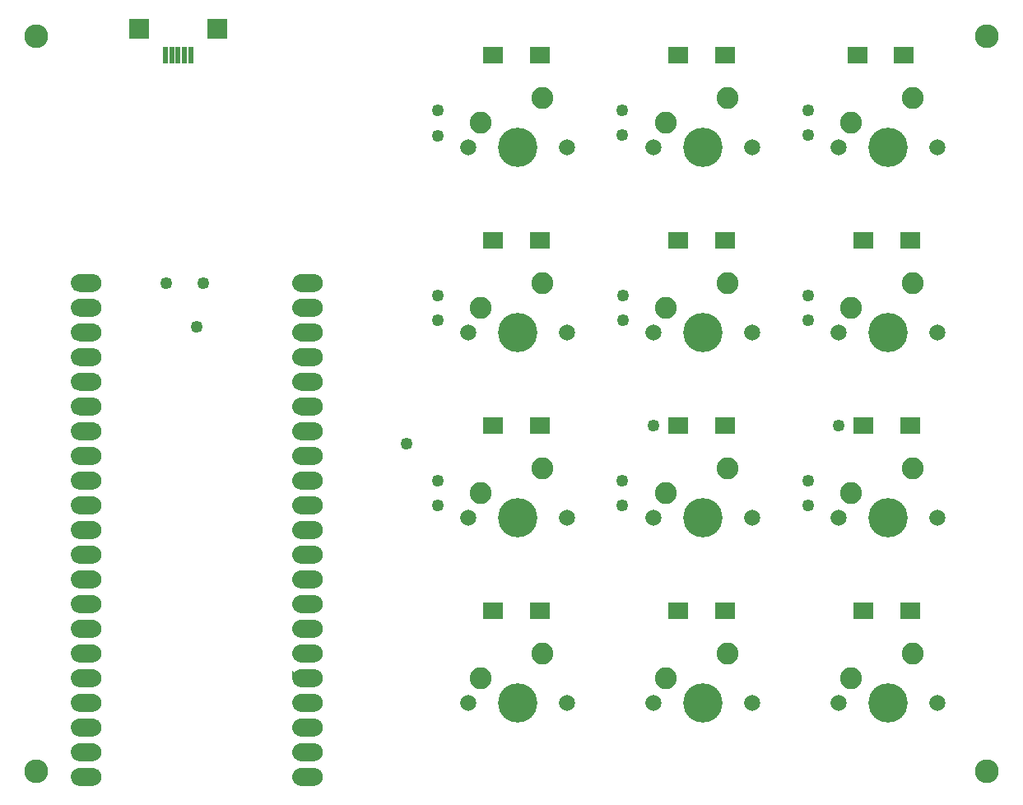
<source format=gts>
G04 MADE WITH FRITZING*
G04 WWW.FRITZING.ORG*
G04 DOUBLE SIDED*
G04 HOLES PLATED*
G04 CONTOUR ON CENTER OF CONTOUR VECTOR*
%ASAXBY*%
%FSLAX23Y23*%
%MOIN*%
%OFA0B0*%
%SFA1.0B1.0*%
%ADD10C,0.049370*%
%ADD11C,0.062000*%
%ADD12C,0.088639*%
%ADD13C,0.158908*%
%ADD14C,0.065278*%
%ADD15C,0.096614*%
%ADD16R,0.079685X0.067874*%
%ADD17R,0.023779X0.065118*%
%ADD18R,0.080866X0.084803*%
%ADD19R,0.001000X0.001000*%
%LNMASK1*%
G90*
G70*
G54D10*
X1705Y2757D03*
X1706Y2655D03*
X2453Y2656D03*
X2453Y2757D03*
X3205Y2657D03*
X3205Y2757D03*
X1704Y1906D03*
X2455Y1906D03*
X3204Y1906D03*
X3204Y2008D03*
X2455Y2008D03*
X1704Y2008D03*
X3206Y1257D03*
X3206Y1157D03*
X2453Y1257D03*
X2453Y1157D03*
X1704Y1257D03*
X1704Y1157D03*
X1579Y1407D03*
X2580Y1482D03*
X3330Y1482D03*
G54D11*
X279Y2057D03*
X279Y1957D03*
X279Y1857D03*
X279Y1757D03*
X279Y1657D03*
X279Y1557D03*
X279Y1457D03*
X279Y1357D03*
X279Y1257D03*
X279Y1157D03*
X279Y1057D03*
X279Y957D03*
X279Y857D03*
X279Y757D03*
X279Y657D03*
X279Y557D03*
X279Y457D03*
X279Y357D03*
X279Y257D03*
X279Y157D03*
X279Y57D03*
X1180Y57D03*
X1180Y157D03*
X1180Y257D03*
X1180Y357D03*
X1180Y457D03*
X1180Y557D03*
X1180Y657D03*
X1180Y757D03*
X1180Y857D03*
X1180Y957D03*
X1180Y1057D03*
X1180Y1157D03*
X1180Y1257D03*
X1180Y1357D03*
X1180Y1457D03*
X1180Y1557D03*
X1180Y1657D03*
X1180Y1757D03*
X1180Y1857D03*
X1180Y1957D03*
X1180Y2057D03*
G54D12*
X1879Y2707D03*
X2129Y2807D03*
G54D13*
X2029Y2607D03*
G54D14*
X1829Y2607D03*
X2229Y2607D03*
G54D12*
X2629Y2707D03*
X2879Y2807D03*
G54D13*
X2779Y2607D03*
G54D14*
X2579Y2607D03*
X2979Y2607D03*
G54D12*
X3379Y2707D03*
X3629Y2807D03*
G54D13*
X3529Y2607D03*
G54D14*
X3329Y2607D03*
X3729Y2607D03*
G54D12*
X1879Y1957D03*
X2129Y2057D03*
G54D13*
X2029Y1857D03*
G54D14*
X1829Y1857D03*
X2229Y1857D03*
G54D12*
X2629Y1957D03*
X2879Y2057D03*
G54D13*
X2779Y1857D03*
G54D14*
X2579Y1857D03*
X2979Y1857D03*
G54D12*
X3379Y1957D03*
X3629Y2057D03*
G54D13*
X3529Y1857D03*
G54D14*
X3329Y1857D03*
X3729Y1857D03*
G54D12*
X1879Y1207D03*
X2129Y1307D03*
G54D13*
X2029Y1107D03*
G54D14*
X1829Y1107D03*
X2229Y1107D03*
G54D12*
X2629Y1207D03*
X2879Y1307D03*
G54D13*
X2779Y1107D03*
G54D14*
X2579Y1107D03*
X2979Y1107D03*
G54D12*
X3379Y1207D03*
X3629Y1307D03*
G54D13*
X3529Y1107D03*
G54D14*
X3329Y1107D03*
X3729Y1107D03*
G54D12*
X1879Y457D03*
X2129Y557D03*
G54D13*
X2029Y357D03*
G54D14*
X1829Y357D03*
X2229Y357D03*
G54D12*
X2629Y457D03*
X2879Y557D03*
G54D13*
X2779Y357D03*
G54D14*
X2579Y357D03*
X2979Y357D03*
G54D12*
X3379Y457D03*
X3629Y557D03*
G54D13*
X3529Y357D03*
G54D14*
X3329Y357D03*
X3729Y357D03*
G54D15*
X79Y3057D03*
X79Y82D03*
X3929Y82D03*
X3929Y3057D03*
G54D10*
X754Y2057D03*
X604Y2057D03*
X729Y1882D03*
G54D16*
X3618Y732D03*
X3429Y732D03*
X2868Y732D03*
X2679Y732D03*
X2118Y732D03*
X1929Y732D03*
X3618Y1482D03*
X3429Y1482D03*
X2868Y1482D03*
X2679Y1482D03*
X2118Y1482D03*
X1929Y1482D03*
X3618Y2232D03*
X3429Y2232D03*
X2868Y2232D03*
X2679Y2232D03*
X2118Y2232D03*
X1929Y2232D03*
X3593Y2982D03*
X3404Y2982D03*
X2868Y2982D03*
X2679Y2982D03*
X2118Y2982D03*
X1929Y2982D03*
G54D17*
X704Y2982D03*
X602Y2982D03*
X679Y2982D03*
X653Y2982D03*
X628Y2982D03*
G54D18*
X811Y3086D03*
X496Y3086D03*
G54D19*
X250Y2093D02*
X312Y2093D01*
X1147Y2093D02*
X1209Y2093D01*
X246Y2092D02*
X316Y2092D01*
X1143Y2092D02*
X1213Y2092D01*
X243Y2091D02*
X319Y2091D01*
X1140Y2091D02*
X1216Y2091D01*
X240Y2090D02*
X321Y2090D01*
X1137Y2090D02*
X1218Y2090D01*
X238Y2089D02*
X324Y2089D01*
X1135Y2089D02*
X1220Y2089D01*
X237Y2088D02*
X325Y2088D01*
X1133Y2088D02*
X1222Y2088D01*
X235Y2087D02*
X327Y2087D01*
X1132Y2087D02*
X1224Y2087D01*
X234Y2086D02*
X328Y2086D01*
X1130Y2086D02*
X1225Y2086D01*
X232Y2085D02*
X330Y2085D01*
X1129Y2085D02*
X1226Y2085D01*
X231Y2084D02*
X331Y2084D01*
X1128Y2084D02*
X1228Y2084D01*
X230Y2083D02*
X332Y2083D01*
X1127Y2083D02*
X1229Y2083D01*
X229Y2082D02*
X333Y2082D01*
X1126Y2082D02*
X1230Y2082D01*
X228Y2081D02*
X334Y2081D01*
X1125Y2081D02*
X1231Y2081D01*
X227Y2080D02*
X334Y2080D01*
X1124Y2080D02*
X1231Y2080D01*
X227Y2079D02*
X335Y2079D01*
X1124Y2079D02*
X1232Y2079D01*
X226Y2078D02*
X336Y2078D01*
X1123Y2078D02*
X1233Y2078D01*
X225Y2077D02*
X337Y2077D01*
X1122Y2077D02*
X1233Y2077D01*
X225Y2076D02*
X337Y2076D01*
X1122Y2076D02*
X1234Y2076D01*
X224Y2075D02*
X338Y2075D01*
X1121Y2075D02*
X1235Y2075D01*
X224Y2074D02*
X338Y2074D01*
X1121Y2074D02*
X1235Y2074D01*
X223Y2073D02*
X339Y2073D01*
X1120Y2073D02*
X1236Y2073D01*
X223Y2072D02*
X339Y2072D01*
X1120Y2072D02*
X1236Y2072D01*
X222Y2071D02*
X340Y2071D01*
X1119Y2071D02*
X1236Y2071D01*
X222Y2070D02*
X340Y2070D01*
X1119Y2070D02*
X1237Y2070D01*
X222Y2069D02*
X340Y2069D01*
X1118Y2069D02*
X1237Y2069D01*
X221Y2068D02*
X341Y2068D01*
X1118Y2068D02*
X1238Y2068D01*
X221Y2067D02*
X341Y2067D01*
X1118Y2067D02*
X1238Y2067D01*
X221Y2066D02*
X341Y2066D01*
X1118Y2066D02*
X1238Y2066D01*
X220Y2065D02*
X342Y2065D01*
X1117Y2065D02*
X1238Y2065D01*
X220Y2064D02*
X342Y2064D01*
X1117Y2064D02*
X1239Y2064D01*
X220Y2063D02*
X278Y2063D01*
X285Y2063D02*
X342Y2063D01*
X1117Y2063D02*
X1175Y2063D01*
X1181Y2063D02*
X1239Y2063D01*
X220Y2062D02*
X277Y2062D01*
X286Y2062D02*
X342Y2062D01*
X1117Y2062D02*
X1173Y2062D01*
X1182Y2062D02*
X1239Y2062D01*
X220Y2061D02*
X276Y2061D01*
X287Y2061D02*
X342Y2061D01*
X1117Y2061D02*
X1172Y2061D01*
X1183Y2061D02*
X1239Y2061D01*
X220Y2060D02*
X276Y2060D01*
X288Y2060D02*
X342Y2060D01*
X1116Y2060D02*
X1172Y2060D01*
X1184Y2060D02*
X1239Y2060D01*
X220Y2059D02*
X275Y2059D01*
X288Y2059D02*
X342Y2059D01*
X1116Y2059D02*
X1171Y2059D01*
X1184Y2059D02*
X1239Y2059D01*
X220Y2058D02*
X275Y2058D01*
X288Y2058D02*
X342Y2058D01*
X1116Y2058D02*
X1171Y2058D01*
X1184Y2058D02*
X1239Y2058D01*
X220Y2057D02*
X275Y2057D01*
X288Y2057D02*
X342Y2057D01*
X1116Y2057D02*
X1171Y2057D01*
X1184Y2057D02*
X1239Y2057D01*
X220Y2056D02*
X275Y2056D01*
X288Y2056D02*
X342Y2056D01*
X1116Y2056D02*
X1171Y2056D01*
X1184Y2056D02*
X1239Y2056D01*
X220Y2055D02*
X276Y2055D01*
X288Y2055D02*
X342Y2055D01*
X1116Y2055D02*
X1172Y2055D01*
X1184Y2055D02*
X1239Y2055D01*
X220Y2054D02*
X276Y2054D01*
X287Y2054D02*
X342Y2054D01*
X1116Y2054D02*
X1173Y2054D01*
X1183Y2054D02*
X1239Y2054D01*
X220Y2053D02*
X277Y2053D01*
X286Y2053D02*
X342Y2053D01*
X1116Y2053D02*
X1173Y2053D01*
X1182Y2053D02*
X1239Y2053D01*
X220Y2052D02*
X279Y2052D01*
X285Y2052D02*
X342Y2052D01*
X1116Y2052D02*
X1175Y2052D01*
X1181Y2052D02*
X1239Y2052D01*
X220Y2051D02*
X342Y2051D01*
X1116Y2051D02*
X1239Y2051D01*
X220Y2050D02*
X341Y2050D01*
X1116Y2050D02*
X1238Y2050D01*
X221Y2049D02*
X341Y2049D01*
X1116Y2049D02*
X1238Y2049D01*
X221Y2048D02*
X341Y2048D01*
X1116Y2048D02*
X1238Y2048D01*
X221Y2047D02*
X341Y2047D01*
X1118Y2047D02*
X1238Y2047D01*
X222Y2046D02*
X340Y2046D01*
X1118Y2046D02*
X1237Y2046D01*
X222Y2045D02*
X340Y2045D01*
X1119Y2045D02*
X1237Y2045D01*
X222Y2044D02*
X340Y2044D01*
X1119Y2044D02*
X1236Y2044D01*
X223Y2043D02*
X339Y2043D01*
X1120Y2043D02*
X1236Y2043D01*
X223Y2042D02*
X339Y2042D01*
X1120Y2042D02*
X1235Y2042D01*
X224Y2041D02*
X338Y2041D01*
X1121Y2041D02*
X1235Y2041D01*
X224Y2040D02*
X338Y2040D01*
X1121Y2040D02*
X1235Y2040D01*
X225Y2039D02*
X337Y2039D01*
X1122Y2039D02*
X1234Y2039D01*
X225Y2038D02*
X336Y2038D01*
X1122Y2038D02*
X1233Y2038D01*
X226Y2037D02*
X336Y2037D01*
X1123Y2037D02*
X1233Y2037D01*
X227Y2036D02*
X335Y2036D01*
X1124Y2036D02*
X1232Y2036D01*
X228Y2035D02*
X334Y2035D01*
X1124Y2035D02*
X1231Y2035D01*
X228Y2034D02*
X334Y2034D01*
X1125Y2034D02*
X1230Y2034D01*
X229Y2033D02*
X333Y2033D01*
X1126Y2033D02*
X1230Y2033D01*
X230Y2032D02*
X332Y2032D01*
X1127Y2032D02*
X1229Y2032D01*
X231Y2031D02*
X331Y2031D01*
X1128Y2031D02*
X1227Y2031D01*
X232Y2030D02*
X330Y2030D01*
X1129Y2030D02*
X1226Y2030D01*
X234Y2029D02*
X328Y2029D01*
X1131Y2029D02*
X1225Y2029D01*
X235Y2028D02*
X327Y2028D01*
X1132Y2028D02*
X1224Y2028D01*
X237Y2027D02*
X325Y2027D01*
X1134Y2027D02*
X1222Y2027D01*
X239Y2026D02*
X323Y2026D01*
X1135Y2026D02*
X1220Y2026D01*
X241Y2025D02*
X321Y2025D01*
X1137Y2025D02*
X1218Y2025D01*
X243Y2024D02*
X319Y2024D01*
X1140Y2024D02*
X1216Y2024D01*
X246Y2023D02*
X316Y2023D01*
X1143Y2023D02*
X1213Y2023D01*
X251Y2022D02*
X311Y2022D01*
X1147Y2022D02*
X1208Y2022D01*
X250Y1993D02*
X312Y1993D01*
X1147Y1993D02*
X1209Y1993D01*
X246Y1992D02*
X316Y1992D01*
X1143Y1992D02*
X1213Y1992D01*
X243Y1991D02*
X319Y1991D01*
X1140Y1991D02*
X1216Y1991D01*
X240Y1990D02*
X321Y1990D01*
X1137Y1990D02*
X1218Y1990D01*
X238Y1989D02*
X323Y1989D01*
X1135Y1989D02*
X1220Y1989D01*
X237Y1988D02*
X325Y1988D01*
X1133Y1988D02*
X1222Y1988D01*
X235Y1987D02*
X327Y1987D01*
X1132Y1987D02*
X1224Y1987D01*
X234Y1986D02*
X328Y1986D01*
X1130Y1986D02*
X1225Y1986D01*
X232Y1985D02*
X330Y1985D01*
X1129Y1985D02*
X1226Y1985D01*
X231Y1984D02*
X331Y1984D01*
X1128Y1984D02*
X1228Y1984D01*
X230Y1983D02*
X332Y1983D01*
X1127Y1983D02*
X1229Y1983D01*
X229Y1982D02*
X333Y1982D01*
X1126Y1982D02*
X1230Y1982D01*
X228Y1981D02*
X334Y1981D01*
X1125Y1981D02*
X1231Y1981D01*
X227Y1980D02*
X334Y1980D01*
X1124Y1980D02*
X1231Y1980D01*
X227Y1979D02*
X335Y1979D01*
X1124Y1979D02*
X1232Y1979D01*
X226Y1978D02*
X336Y1978D01*
X1123Y1978D02*
X1233Y1978D01*
X225Y1977D02*
X336Y1977D01*
X1122Y1977D02*
X1233Y1977D01*
X225Y1976D02*
X337Y1976D01*
X1122Y1976D02*
X1234Y1976D01*
X224Y1975D02*
X338Y1975D01*
X1121Y1975D02*
X1235Y1975D01*
X224Y1974D02*
X338Y1974D01*
X1121Y1974D02*
X1235Y1974D01*
X223Y1973D02*
X339Y1973D01*
X1120Y1973D02*
X1236Y1973D01*
X223Y1972D02*
X339Y1972D01*
X1120Y1972D02*
X1236Y1972D01*
X222Y1971D02*
X340Y1971D01*
X1119Y1971D02*
X1236Y1971D01*
X222Y1970D02*
X340Y1970D01*
X1119Y1970D02*
X1237Y1970D01*
X221Y1969D02*
X340Y1969D01*
X1118Y1969D02*
X1237Y1969D01*
X221Y1968D02*
X341Y1968D01*
X1118Y1968D02*
X1238Y1968D01*
X221Y1967D02*
X341Y1967D01*
X1118Y1967D02*
X1238Y1967D01*
X221Y1966D02*
X341Y1966D01*
X1118Y1966D02*
X1238Y1966D01*
X220Y1965D02*
X341Y1965D01*
X1117Y1965D02*
X1238Y1965D01*
X220Y1964D02*
X342Y1964D01*
X1117Y1964D02*
X1239Y1964D01*
X220Y1963D02*
X278Y1963D01*
X285Y1963D02*
X342Y1963D01*
X1117Y1963D02*
X1175Y1963D01*
X1181Y1963D02*
X1239Y1963D01*
X220Y1962D02*
X277Y1962D01*
X286Y1962D02*
X342Y1962D01*
X1117Y1962D02*
X1173Y1962D01*
X1183Y1962D02*
X1239Y1962D01*
X220Y1961D02*
X276Y1961D01*
X287Y1961D02*
X342Y1961D01*
X1117Y1961D02*
X1172Y1961D01*
X1183Y1961D02*
X1239Y1961D01*
X220Y1960D02*
X275Y1960D01*
X288Y1960D02*
X342Y1960D01*
X1116Y1960D02*
X1172Y1960D01*
X1184Y1960D02*
X1239Y1960D01*
X219Y1959D02*
X275Y1959D01*
X288Y1959D02*
X342Y1959D01*
X1116Y1959D02*
X1171Y1959D01*
X1184Y1959D02*
X1239Y1959D01*
X219Y1958D02*
X275Y1958D01*
X288Y1958D02*
X342Y1958D01*
X1116Y1958D02*
X1171Y1958D01*
X1184Y1958D02*
X1239Y1958D01*
X219Y1957D02*
X275Y1957D01*
X288Y1957D02*
X342Y1957D01*
X1116Y1957D02*
X1171Y1957D01*
X1184Y1957D02*
X1239Y1957D01*
X219Y1956D02*
X275Y1956D01*
X288Y1956D02*
X342Y1956D01*
X1116Y1956D02*
X1171Y1956D01*
X1184Y1956D02*
X1239Y1956D01*
X220Y1955D02*
X276Y1955D01*
X288Y1955D02*
X342Y1955D01*
X1116Y1955D02*
X1172Y1955D01*
X1184Y1955D02*
X1239Y1955D01*
X220Y1954D02*
X276Y1954D01*
X287Y1954D02*
X342Y1954D01*
X1116Y1954D02*
X1172Y1954D01*
X1183Y1954D02*
X1239Y1954D01*
X220Y1953D02*
X277Y1953D01*
X286Y1953D02*
X342Y1953D01*
X1116Y1953D02*
X1173Y1953D01*
X1182Y1953D02*
X1239Y1953D01*
X220Y1952D02*
X279Y1952D01*
X284Y1952D02*
X342Y1952D01*
X1116Y1952D02*
X1175Y1952D01*
X1181Y1952D02*
X1239Y1952D01*
X220Y1951D02*
X342Y1951D01*
X1116Y1951D02*
X1239Y1951D01*
X220Y1950D02*
X341Y1950D01*
X1116Y1950D02*
X1238Y1950D01*
X221Y1949D02*
X341Y1949D01*
X1116Y1949D02*
X1238Y1949D01*
X221Y1948D02*
X341Y1948D01*
X1116Y1948D02*
X1238Y1948D01*
X221Y1947D02*
X341Y1947D01*
X1118Y1947D02*
X1238Y1947D01*
X222Y1946D02*
X340Y1946D01*
X1118Y1946D02*
X1237Y1946D01*
X222Y1945D02*
X340Y1945D01*
X1119Y1945D02*
X1237Y1945D01*
X222Y1944D02*
X339Y1944D01*
X1119Y1944D02*
X1236Y1944D01*
X223Y1943D02*
X339Y1943D01*
X1120Y1943D02*
X1236Y1943D01*
X223Y1942D02*
X339Y1942D01*
X1120Y1942D02*
X1235Y1942D01*
X224Y1941D02*
X338Y1941D01*
X1121Y1941D02*
X1235Y1941D01*
X224Y1940D02*
X338Y1940D01*
X1121Y1940D02*
X1235Y1940D01*
X225Y1939D02*
X337Y1939D01*
X1122Y1939D02*
X1234Y1939D01*
X225Y1938D02*
X336Y1938D01*
X1122Y1938D02*
X1233Y1938D01*
X226Y1937D02*
X336Y1937D01*
X1123Y1937D02*
X1233Y1937D01*
X227Y1936D02*
X335Y1936D01*
X1124Y1936D02*
X1232Y1936D01*
X227Y1935D02*
X334Y1935D01*
X1124Y1935D02*
X1231Y1935D01*
X228Y1934D02*
X333Y1934D01*
X1125Y1934D02*
X1230Y1934D01*
X229Y1933D02*
X333Y1933D01*
X1126Y1933D02*
X1230Y1933D01*
X230Y1932D02*
X332Y1932D01*
X1127Y1932D02*
X1229Y1932D01*
X231Y1931D02*
X331Y1931D01*
X1128Y1931D02*
X1227Y1931D01*
X232Y1930D02*
X329Y1930D01*
X1129Y1930D02*
X1226Y1930D01*
X234Y1929D02*
X328Y1929D01*
X1131Y1929D02*
X1225Y1929D01*
X235Y1928D02*
X327Y1928D01*
X1132Y1928D02*
X1224Y1928D01*
X237Y1927D02*
X325Y1927D01*
X1134Y1927D02*
X1222Y1927D01*
X238Y1926D02*
X323Y1926D01*
X1135Y1926D02*
X1220Y1926D01*
X241Y1925D02*
X321Y1925D01*
X1138Y1925D02*
X1218Y1925D01*
X243Y1924D02*
X319Y1924D01*
X1140Y1924D02*
X1216Y1924D01*
X246Y1923D02*
X316Y1923D01*
X1143Y1923D02*
X1213Y1923D01*
X251Y1922D02*
X311Y1922D01*
X1147Y1922D02*
X1208Y1922D01*
X250Y1893D02*
X312Y1893D01*
X1147Y1893D02*
X1209Y1893D01*
X246Y1892D02*
X316Y1892D01*
X1143Y1892D02*
X1213Y1892D01*
X243Y1891D02*
X319Y1891D01*
X1140Y1891D02*
X1216Y1891D01*
X240Y1890D02*
X321Y1890D01*
X1137Y1890D02*
X1218Y1890D01*
X238Y1889D02*
X323Y1889D01*
X1135Y1889D02*
X1220Y1889D01*
X236Y1888D02*
X325Y1888D01*
X1133Y1888D02*
X1222Y1888D01*
X235Y1887D02*
X327Y1887D01*
X1132Y1887D02*
X1224Y1887D01*
X233Y1886D02*
X328Y1886D01*
X1130Y1886D02*
X1225Y1886D01*
X232Y1885D02*
X330Y1885D01*
X1129Y1885D02*
X1227Y1885D01*
X231Y1884D02*
X331Y1884D01*
X1128Y1884D02*
X1228Y1884D01*
X230Y1883D02*
X332Y1883D01*
X1127Y1883D02*
X1229Y1883D01*
X229Y1882D02*
X333Y1882D01*
X1126Y1882D02*
X1230Y1882D01*
X228Y1881D02*
X334Y1881D01*
X1125Y1881D02*
X1231Y1881D01*
X227Y1880D02*
X334Y1880D01*
X1124Y1880D02*
X1231Y1880D01*
X227Y1879D02*
X335Y1879D01*
X1124Y1879D02*
X1232Y1879D01*
X226Y1878D02*
X336Y1878D01*
X1123Y1878D02*
X1233Y1878D01*
X225Y1877D02*
X336Y1877D01*
X1122Y1877D02*
X1233Y1877D01*
X225Y1876D02*
X337Y1876D01*
X1122Y1876D02*
X1234Y1876D01*
X224Y1875D02*
X338Y1875D01*
X1121Y1875D02*
X1235Y1875D01*
X224Y1874D02*
X338Y1874D01*
X1121Y1874D02*
X1235Y1874D01*
X223Y1873D02*
X339Y1873D01*
X1120Y1873D02*
X1236Y1873D01*
X223Y1872D02*
X339Y1872D01*
X1120Y1872D02*
X1236Y1872D01*
X222Y1871D02*
X340Y1871D01*
X1119Y1871D02*
X1236Y1871D01*
X222Y1870D02*
X340Y1870D01*
X1119Y1870D02*
X1237Y1870D01*
X221Y1869D02*
X340Y1869D01*
X1118Y1869D02*
X1237Y1869D01*
X221Y1868D02*
X341Y1868D01*
X1118Y1868D02*
X1238Y1868D01*
X221Y1867D02*
X341Y1867D01*
X1118Y1867D02*
X1238Y1867D01*
X221Y1866D02*
X341Y1866D01*
X1118Y1866D02*
X1238Y1866D01*
X220Y1865D02*
X341Y1865D01*
X1117Y1865D02*
X1238Y1865D01*
X220Y1864D02*
X342Y1864D01*
X1117Y1864D02*
X1239Y1864D01*
X220Y1863D02*
X278Y1863D01*
X285Y1863D02*
X342Y1863D01*
X1117Y1863D02*
X1175Y1863D01*
X1181Y1863D02*
X1239Y1863D01*
X220Y1862D02*
X277Y1862D01*
X286Y1862D02*
X342Y1862D01*
X1117Y1862D02*
X1173Y1862D01*
X1183Y1862D02*
X1239Y1862D01*
X220Y1861D02*
X276Y1861D01*
X287Y1861D02*
X342Y1861D01*
X1117Y1861D02*
X1172Y1861D01*
X1183Y1861D02*
X1239Y1861D01*
X219Y1860D02*
X275Y1860D01*
X288Y1860D02*
X342Y1860D01*
X1116Y1860D02*
X1172Y1860D01*
X1184Y1860D02*
X1239Y1860D01*
X219Y1859D02*
X275Y1859D01*
X288Y1859D02*
X342Y1859D01*
X1116Y1859D02*
X1171Y1859D01*
X1184Y1859D02*
X1239Y1859D01*
X219Y1858D02*
X275Y1858D01*
X288Y1858D02*
X342Y1858D01*
X1116Y1858D02*
X1171Y1858D01*
X1184Y1858D02*
X1239Y1858D01*
X219Y1857D02*
X275Y1857D01*
X288Y1857D02*
X342Y1857D01*
X1116Y1857D02*
X1171Y1857D01*
X1184Y1857D02*
X1239Y1857D01*
X219Y1856D02*
X275Y1856D01*
X288Y1856D02*
X342Y1856D01*
X1116Y1856D02*
X1171Y1856D01*
X1184Y1856D02*
X1239Y1856D01*
X220Y1855D02*
X276Y1855D01*
X288Y1855D02*
X342Y1855D01*
X1116Y1855D02*
X1172Y1855D01*
X1184Y1855D02*
X1239Y1855D01*
X220Y1854D02*
X276Y1854D01*
X287Y1854D02*
X342Y1854D01*
X1116Y1854D02*
X1172Y1854D01*
X1183Y1854D02*
X1239Y1854D01*
X220Y1853D02*
X277Y1853D01*
X286Y1853D02*
X342Y1853D01*
X1116Y1853D02*
X1173Y1853D01*
X1182Y1853D02*
X1239Y1853D01*
X220Y1852D02*
X279Y1852D01*
X284Y1852D02*
X342Y1852D01*
X1116Y1852D02*
X1175Y1852D01*
X1181Y1852D02*
X1239Y1852D01*
X220Y1851D02*
X342Y1851D01*
X1116Y1851D02*
X1239Y1851D01*
X220Y1850D02*
X341Y1850D01*
X1116Y1850D02*
X1238Y1850D01*
X221Y1849D02*
X341Y1849D01*
X1116Y1849D02*
X1238Y1849D01*
X221Y1848D02*
X341Y1848D01*
X1116Y1848D02*
X1238Y1848D01*
X221Y1847D02*
X341Y1847D01*
X1118Y1847D02*
X1238Y1847D01*
X221Y1846D02*
X340Y1846D01*
X1118Y1846D02*
X1237Y1846D01*
X222Y1845D02*
X340Y1845D01*
X1119Y1845D02*
X1237Y1845D01*
X222Y1844D02*
X339Y1844D01*
X1119Y1844D02*
X1236Y1844D01*
X223Y1843D02*
X339Y1843D01*
X1120Y1843D02*
X1236Y1843D01*
X223Y1842D02*
X339Y1842D01*
X1120Y1842D02*
X1235Y1842D01*
X224Y1841D02*
X338Y1841D01*
X1121Y1841D02*
X1235Y1841D01*
X224Y1840D02*
X338Y1840D01*
X1121Y1840D02*
X1235Y1840D01*
X225Y1839D02*
X337Y1839D01*
X1122Y1839D02*
X1234Y1839D01*
X225Y1838D02*
X336Y1838D01*
X1122Y1838D02*
X1233Y1838D01*
X226Y1837D02*
X336Y1837D01*
X1123Y1837D02*
X1233Y1837D01*
X227Y1836D02*
X335Y1836D01*
X1124Y1836D02*
X1232Y1836D01*
X227Y1835D02*
X334Y1835D01*
X1124Y1835D02*
X1231Y1835D01*
X228Y1834D02*
X333Y1834D01*
X1125Y1834D02*
X1230Y1834D01*
X229Y1833D02*
X333Y1833D01*
X1126Y1833D02*
X1230Y1833D01*
X230Y1832D02*
X332Y1832D01*
X1127Y1832D02*
X1229Y1832D01*
X231Y1831D02*
X331Y1831D01*
X1128Y1831D02*
X1227Y1831D01*
X232Y1830D02*
X329Y1830D01*
X1129Y1830D02*
X1226Y1830D01*
X234Y1829D02*
X328Y1829D01*
X1131Y1829D02*
X1225Y1829D01*
X235Y1828D02*
X327Y1828D01*
X1132Y1828D02*
X1224Y1828D01*
X237Y1827D02*
X325Y1827D01*
X1134Y1827D02*
X1222Y1827D01*
X238Y1826D02*
X323Y1826D01*
X1135Y1826D02*
X1220Y1826D01*
X241Y1825D02*
X321Y1825D01*
X1138Y1825D02*
X1218Y1825D01*
X243Y1824D02*
X319Y1824D01*
X1140Y1824D02*
X1216Y1824D01*
X246Y1823D02*
X316Y1823D01*
X1143Y1823D02*
X1213Y1823D01*
X251Y1822D02*
X311Y1822D01*
X1147Y1822D02*
X1208Y1822D01*
X250Y1793D02*
X312Y1793D01*
X1147Y1793D02*
X1209Y1793D01*
X246Y1792D02*
X316Y1792D01*
X1142Y1792D02*
X1213Y1792D01*
X243Y1791D02*
X319Y1791D01*
X1140Y1791D02*
X1216Y1791D01*
X240Y1790D02*
X321Y1790D01*
X1137Y1790D02*
X1218Y1790D01*
X238Y1789D02*
X324Y1789D01*
X1135Y1789D02*
X1220Y1789D01*
X237Y1788D02*
X325Y1788D01*
X1133Y1788D02*
X1222Y1788D01*
X235Y1787D02*
X327Y1787D01*
X1132Y1787D02*
X1224Y1787D01*
X233Y1786D02*
X328Y1786D01*
X1130Y1786D02*
X1225Y1786D01*
X232Y1785D02*
X330Y1785D01*
X1129Y1785D02*
X1227Y1785D01*
X231Y1784D02*
X331Y1784D01*
X1128Y1784D02*
X1228Y1784D01*
X230Y1783D02*
X332Y1783D01*
X1127Y1783D02*
X1229Y1783D01*
X229Y1782D02*
X333Y1782D01*
X1126Y1782D02*
X1230Y1782D01*
X228Y1781D02*
X334Y1781D01*
X1125Y1781D02*
X1231Y1781D01*
X227Y1780D02*
X334Y1780D01*
X1124Y1780D02*
X1231Y1780D01*
X227Y1779D02*
X335Y1779D01*
X1124Y1779D02*
X1232Y1779D01*
X226Y1778D02*
X336Y1778D01*
X1123Y1778D02*
X1233Y1778D01*
X225Y1777D02*
X336Y1777D01*
X1122Y1777D02*
X1233Y1777D01*
X225Y1776D02*
X337Y1776D01*
X1122Y1776D02*
X1234Y1776D01*
X224Y1775D02*
X338Y1775D01*
X1121Y1775D02*
X1235Y1775D01*
X224Y1774D02*
X338Y1774D01*
X1121Y1774D02*
X1235Y1774D01*
X223Y1773D02*
X339Y1773D01*
X1120Y1773D02*
X1236Y1773D01*
X223Y1772D02*
X339Y1772D01*
X1120Y1772D02*
X1236Y1772D01*
X222Y1771D02*
X340Y1771D01*
X1119Y1771D02*
X1236Y1771D01*
X222Y1770D02*
X340Y1770D01*
X1119Y1770D02*
X1237Y1770D01*
X221Y1769D02*
X340Y1769D01*
X1118Y1769D02*
X1237Y1769D01*
X221Y1768D02*
X341Y1768D01*
X1118Y1768D02*
X1238Y1768D01*
X221Y1767D02*
X341Y1767D01*
X1118Y1767D02*
X1238Y1767D01*
X221Y1766D02*
X341Y1766D01*
X1118Y1766D02*
X1238Y1766D01*
X220Y1765D02*
X341Y1765D01*
X1117Y1765D02*
X1238Y1765D01*
X220Y1764D02*
X342Y1764D01*
X1117Y1764D02*
X1239Y1764D01*
X220Y1763D02*
X278Y1763D01*
X285Y1763D02*
X342Y1763D01*
X1117Y1763D02*
X1174Y1763D01*
X1181Y1763D02*
X1239Y1763D01*
X220Y1762D02*
X277Y1762D01*
X286Y1762D02*
X342Y1762D01*
X1117Y1762D02*
X1173Y1762D01*
X1183Y1762D02*
X1239Y1762D01*
X220Y1761D02*
X276Y1761D01*
X287Y1761D02*
X342Y1761D01*
X1117Y1761D02*
X1172Y1761D01*
X1183Y1761D02*
X1239Y1761D01*
X220Y1760D02*
X275Y1760D01*
X288Y1760D02*
X342Y1760D01*
X1116Y1760D02*
X1172Y1760D01*
X1184Y1760D02*
X1239Y1760D01*
X219Y1759D02*
X275Y1759D01*
X288Y1759D02*
X342Y1759D01*
X1116Y1759D02*
X1171Y1759D01*
X1184Y1759D02*
X1239Y1759D01*
X219Y1758D02*
X275Y1758D01*
X288Y1758D02*
X342Y1758D01*
X1116Y1758D02*
X1171Y1758D01*
X1184Y1758D02*
X1239Y1758D01*
X219Y1757D02*
X275Y1757D01*
X288Y1757D02*
X342Y1757D01*
X1116Y1757D02*
X1171Y1757D01*
X1184Y1757D02*
X1239Y1757D01*
X219Y1756D02*
X275Y1756D01*
X288Y1756D02*
X342Y1756D01*
X1116Y1756D02*
X1171Y1756D01*
X1184Y1756D02*
X1239Y1756D01*
X220Y1755D02*
X276Y1755D01*
X288Y1755D02*
X342Y1755D01*
X1116Y1755D02*
X1172Y1755D01*
X1184Y1755D02*
X1239Y1755D01*
X220Y1754D02*
X276Y1754D01*
X287Y1754D02*
X342Y1754D01*
X1116Y1754D02*
X1172Y1754D01*
X1183Y1754D02*
X1239Y1754D01*
X220Y1753D02*
X277Y1753D01*
X286Y1753D02*
X342Y1753D01*
X1116Y1753D02*
X1173Y1753D01*
X1182Y1753D02*
X1239Y1753D01*
X220Y1752D02*
X279Y1752D01*
X284Y1752D02*
X342Y1752D01*
X1116Y1752D02*
X1175Y1752D01*
X1181Y1752D02*
X1239Y1752D01*
X220Y1751D02*
X342Y1751D01*
X1116Y1751D02*
X1239Y1751D01*
X220Y1750D02*
X341Y1750D01*
X1116Y1750D02*
X1238Y1750D01*
X221Y1749D02*
X341Y1749D01*
X1116Y1749D02*
X1238Y1749D01*
X221Y1748D02*
X341Y1748D01*
X1116Y1748D02*
X1238Y1748D01*
X221Y1747D02*
X341Y1747D01*
X1118Y1747D02*
X1238Y1747D01*
X222Y1746D02*
X340Y1746D01*
X1118Y1746D02*
X1237Y1746D01*
X222Y1745D02*
X340Y1745D01*
X1119Y1745D02*
X1237Y1745D01*
X222Y1744D02*
X339Y1744D01*
X1119Y1744D02*
X1236Y1744D01*
X223Y1743D02*
X339Y1743D01*
X1120Y1743D02*
X1236Y1743D01*
X223Y1742D02*
X339Y1742D01*
X1120Y1742D02*
X1235Y1742D01*
X224Y1741D02*
X338Y1741D01*
X1121Y1741D02*
X1235Y1741D01*
X224Y1740D02*
X338Y1740D01*
X1121Y1740D02*
X1234Y1740D01*
X225Y1739D02*
X337Y1739D01*
X1122Y1739D02*
X1234Y1739D01*
X225Y1738D02*
X336Y1738D01*
X1122Y1738D02*
X1233Y1738D01*
X226Y1737D02*
X336Y1737D01*
X1123Y1737D02*
X1233Y1737D01*
X227Y1736D02*
X335Y1736D01*
X1124Y1736D02*
X1232Y1736D01*
X227Y1735D02*
X334Y1735D01*
X1124Y1735D02*
X1231Y1735D01*
X228Y1734D02*
X333Y1734D01*
X1125Y1734D02*
X1230Y1734D01*
X229Y1733D02*
X333Y1733D01*
X1126Y1733D02*
X1230Y1733D01*
X230Y1732D02*
X332Y1732D01*
X1127Y1732D02*
X1229Y1732D01*
X231Y1731D02*
X331Y1731D01*
X1128Y1731D02*
X1227Y1731D01*
X232Y1730D02*
X329Y1730D01*
X1129Y1730D02*
X1226Y1730D01*
X234Y1729D02*
X328Y1729D01*
X1131Y1729D02*
X1225Y1729D01*
X235Y1728D02*
X327Y1728D01*
X1132Y1728D02*
X1224Y1728D01*
X237Y1727D02*
X325Y1727D01*
X1134Y1727D02*
X1222Y1727D01*
X238Y1726D02*
X323Y1726D01*
X1135Y1726D02*
X1220Y1726D01*
X241Y1725D02*
X321Y1725D01*
X1138Y1725D02*
X1218Y1725D01*
X243Y1724D02*
X319Y1724D01*
X1140Y1724D02*
X1216Y1724D01*
X246Y1723D02*
X316Y1723D01*
X1143Y1723D02*
X1213Y1723D01*
X251Y1722D02*
X311Y1722D01*
X1148Y1722D02*
X1208Y1722D01*
X250Y1693D02*
X312Y1693D01*
X1147Y1693D02*
X1209Y1693D01*
X246Y1692D02*
X316Y1692D01*
X1142Y1692D02*
X1213Y1692D01*
X243Y1691D02*
X319Y1691D01*
X1140Y1691D02*
X1216Y1691D01*
X240Y1690D02*
X321Y1690D01*
X1137Y1690D02*
X1218Y1690D01*
X238Y1689D02*
X323Y1689D01*
X1135Y1689D02*
X1220Y1689D01*
X236Y1688D02*
X325Y1688D01*
X1133Y1688D02*
X1222Y1688D01*
X235Y1687D02*
X327Y1687D01*
X1132Y1687D02*
X1224Y1687D01*
X233Y1686D02*
X328Y1686D01*
X1130Y1686D02*
X1225Y1686D01*
X232Y1685D02*
X330Y1685D01*
X1129Y1685D02*
X1227Y1685D01*
X231Y1684D02*
X331Y1684D01*
X1128Y1684D02*
X1228Y1684D01*
X230Y1683D02*
X332Y1683D01*
X1127Y1683D02*
X1229Y1683D01*
X229Y1682D02*
X333Y1682D01*
X1126Y1682D02*
X1230Y1682D01*
X228Y1681D02*
X334Y1681D01*
X1125Y1681D02*
X1231Y1681D01*
X227Y1680D02*
X334Y1680D01*
X1124Y1680D02*
X1231Y1680D01*
X227Y1679D02*
X335Y1679D01*
X1124Y1679D02*
X1232Y1679D01*
X226Y1678D02*
X336Y1678D01*
X1123Y1678D02*
X1233Y1678D01*
X225Y1677D02*
X336Y1677D01*
X1122Y1677D02*
X1233Y1677D01*
X225Y1676D02*
X337Y1676D01*
X1122Y1676D02*
X1234Y1676D01*
X224Y1675D02*
X338Y1675D01*
X1121Y1675D02*
X1235Y1675D01*
X224Y1674D02*
X338Y1674D01*
X1121Y1674D02*
X1235Y1674D01*
X223Y1673D02*
X339Y1673D01*
X1120Y1673D02*
X1236Y1673D01*
X223Y1672D02*
X339Y1672D01*
X1120Y1672D02*
X1236Y1672D01*
X222Y1671D02*
X340Y1671D01*
X1119Y1671D02*
X1236Y1671D01*
X222Y1670D02*
X340Y1670D01*
X1119Y1670D02*
X1237Y1670D01*
X221Y1669D02*
X340Y1669D01*
X1118Y1669D02*
X1237Y1669D01*
X221Y1668D02*
X341Y1668D01*
X1118Y1668D02*
X1238Y1668D01*
X221Y1667D02*
X341Y1667D01*
X1118Y1667D02*
X1238Y1667D01*
X221Y1666D02*
X341Y1666D01*
X1118Y1666D02*
X1238Y1666D01*
X220Y1665D02*
X341Y1665D01*
X1117Y1665D02*
X1238Y1665D01*
X220Y1664D02*
X342Y1664D01*
X1117Y1664D02*
X1239Y1664D01*
X220Y1663D02*
X278Y1663D01*
X285Y1663D02*
X342Y1663D01*
X1117Y1663D02*
X1174Y1663D01*
X1181Y1663D02*
X1239Y1663D01*
X220Y1662D02*
X277Y1662D01*
X286Y1662D02*
X342Y1662D01*
X1117Y1662D02*
X1173Y1662D01*
X1182Y1662D02*
X1239Y1662D01*
X220Y1661D02*
X276Y1661D01*
X287Y1661D02*
X342Y1661D01*
X1117Y1661D02*
X1172Y1661D01*
X1183Y1661D02*
X1239Y1661D01*
X219Y1660D02*
X275Y1660D01*
X288Y1660D02*
X342Y1660D01*
X1116Y1660D02*
X1172Y1660D01*
X1184Y1660D02*
X1239Y1660D01*
X219Y1659D02*
X275Y1659D01*
X288Y1659D02*
X342Y1659D01*
X1116Y1659D02*
X1171Y1659D01*
X1184Y1659D02*
X1239Y1659D01*
X219Y1658D02*
X275Y1658D01*
X288Y1658D02*
X342Y1658D01*
X1116Y1658D02*
X1171Y1658D01*
X1184Y1658D02*
X1239Y1658D01*
X219Y1657D02*
X275Y1657D01*
X288Y1657D02*
X342Y1657D01*
X1116Y1657D02*
X1171Y1657D01*
X1184Y1657D02*
X1239Y1657D01*
X219Y1656D02*
X275Y1656D01*
X288Y1656D02*
X342Y1656D01*
X1116Y1656D02*
X1171Y1656D01*
X1184Y1656D02*
X1239Y1656D01*
X220Y1655D02*
X276Y1655D01*
X288Y1655D02*
X342Y1655D01*
X1116Y1655D02*
X1172Y1655D01*
X1184Y1655D02*
X1239Y1655D01*
X220Y1654D02*
X276Y1654D01*
X287Y1654D02*
X342Y1654D01*
X1116Y1654D02*
X1173Y1654D01*
X1183Y1654D02*
X1239Y1654D01*
X220Y1653D02*
X277Y1653D01*
X286Y1653D02*
X342Y1653D01*
X1116Y1653D02*
X1174Y1653D01*
X1182Y1653D02*
X1239Y1653D01*
X220Y1652D02*
X279Y1652D01*
X284Y1652D02*
X342Y1652D01*
X1116Y1652D02*
X1175Y1652D01*
X1181Y1652D02*
X1239Y1652D01*
X220Y1651D02*
X342Y1651D01*
X1116Y1651D02*
X1239Y1651D01*
X220Y1650D02*
X341Y1650D01*
X1116Y1650D02*
X1238Y1650D01*
X221Y1649D02*
X341Y1649D01*
X1116Y1649D02*
X1238Y1649D01*
X221Y1648D02*
X341Y1648D01*
X1116Y1648D02*
X1238Y1648D01*
X221Y1647D02*
X341Y1647D01*
X1118Y1647D02*
X1238Y1647D01*
X221Y1646D02*
X340Y1646D01*
X1118Y1646D02*
X1237Y1646D01*
X222Y1645D02*
X340Y1645D01*
X1119Y1645D02*
X1237Y1645D01*
X222Y1644D02*
X339Y1644D01*
X1119Y1644D02*
X1236Y1644D01*
X223Y1643D02*
X339Y1643D01*
X1120Y1643D02*
X1236Y1643D01*
X223Y1642D02*
X339Y1642D01*
X1120Y1642D02*
X1235Y1642D01*
X224Y1641D02*
X338Y1641D01*
X1121Y1641D02*
X1235Y1641D01*
X224Y1640D02*
X338Y1640D01*
X1121Y1640D02*
X1234Y1640D01*
X225Y1639D02*
X337Y1639D01*
X1122Y1639D02*
X1234Y1639D01*
X225Y1638D02*
X336Y1638D01*
X1122Y1638D02*
X1233Y1638D01*
X226Y1637D02*
X336Y1637D01*
X1123Y1637D02*
X1233Y1637D01*
X227Y1636D02*
X335Y1636D01*
X1124Y1636D02*
X1232Y1636D01*
X227Y1635D02*
X334Y1635D01*
X1124Y1635D02*
X1231Y1635D01*
X228Y1634D02*
X333Y1634D01*
X1125Y1634D02*
X1230Y1634D01*
X229Y1633D02*
X333Y1633D01*
X1126Y1633D02*
X1230Y1633D01*
X230Y1632D02*
X332Y1632D01*
X1127Y1632D02*
X1229Y1632D01*
X231Y1631D02*
X331Y1631D01*
X1128Y1631D02*
X1227Y1631D01*
X232Y1630D02*
X329Y1630D01*
X1129Y1630D02*
X1226Y1630D01*
X234Y1629D02*
X328Y1629D01*
X1131Y1629D02*
X1225Y1629D01*
X235Y1628D02*
X327Y1628D01*
X1132Y1628D02*
X1224Y1628D01*
X237Y1627D02*
X325Y1627D01*
X1134Y1627D02*
X1222Y1627D01*
X238Y1626D02*
X323Y1626D01*
X1135Y1626D02*
X1220Y1626D01*
X241Y1625D02*
X321Y1625D01*
X1138Y1625D02*
X1218Y1625D01*
X243Y1624D02*
X319Y1624D01*
X1140Y1624D02*
X1216Y1624D01*
X246Y1623D02*
X316Y1623D01*
X1143Y1623D02*
X1213Y1623D01*
X251Y1622D02*
X311Y1622D01*
X1148Y1622D02*
X1208Y1622D01*
X250Y1593D02*
X312Y1593D01*
X1147Y1593D02*
X1209Y1593D01*
X246Y1592D02*
X316Y1592D01*
X1142Y1592D02*
X1213Y1592D01*
X243Y1591D02*
X319Y1591D01*
X1140Y1591D02*
X1216Y1591D01*
X240Y1590D02*
X321Y1590D01*
X1137Y1590D02*
X1218Y1590D01*
X238Y1589D02*
X324Y1589D01*
X1135Y1589D02*
X1220Y1589D01*
X236Y1588D02*
X325Y1588D01*
X1133Y1588D02*
X1222Y1588D01*
X235Y1587D02*
X327Y1587D01*
X1132Y1587D02*
X1224Y1587D01*
X233Y1586D02*
X328Y1586D01*
X1130Y1586D02*
X1225Y1586D01*
X232Y1585D02*
X330Y1585D01*
X1129Y1585D02*
X1227Y1585D01*
X231Y1584D02*
X331Y1584D01*
X1128Y1584D02*
X1228Y1584D01*
X230Y1583D02*
X332Y1583D01*
X1127Y1583D02*
X1229Y1583D01*
X229Y1582D02*
X333Y1582D01*
X1126Y1582D02*
X1230Y1582D01*
X228Y1581D02*
X334Y1581D01*
X1125Y1581D02*
X1231Y1581D01*
X227Y1580D02*
X334Y1580D01*
X1124Y1580D02*
X1231Y1580D01*
X227Y1579D02*
X335Y1579D01*
X1124Y1579D02*
X1232Y1579D01*
X226Y1578D02*
X336Y1578D01*
X1123Y1578D02*
X1233Y1578D01*
X225Y1577D02*
X336Y1577D01*
X1122Y1577D02*
X1233Y1577D01*
X225Y1576D02*
X337Y1576D01*
X1122Y1576D02*
X1234Y1576D01*
X224Y1575D02*
X338Y1575D01*
X1121Y1575D02*
X1235Y1575D01*
X224Y1574D02*
X338Y1574D01*
X1121Y1574D02*
X1235Y1574D01*
X223Y1573D02*
X339Y1573D01*
X1120Y1573D02*
X1236Y1573D01*
X223Y1572D02*
X339Y1572D01*
X1120Y1572D02*
X1236Y1572D01*
X222Y1571D02*
X340Y1571D01*
X1119Y1571D02*
X1236Y1571D01*
X222Y1570D02*
X340Y1570D01*
X1119Y1570D02*
X1237Y1570D01*
X221Y1569D02*
X340Y1569D01*
X1118Y1569D02*
X1237Y1569D01*
X221Y1568D02*
X341Y1568D01*
X1118Y1568D02*
X1238Y1568D01*
X221Y1567D02*
X341Y1567D01*
X1118Y1567D02*
X1238Y1567D01*
X221Y1566D02*
X341Y1566D01*
X1118Y1566D02*
X1238Y1566D01*
X220Y1565D02*
X341Y1565D01*
X1117Y1565D02*
X1238Y1565D01*
X220Y1564D02*
X342Y1564D01*
X1117Y1564D02*
X1239Y1564D01*
X220Y1563D02*
X278Y1563D01*
X285Y1563D02*
X342Y1563D01*
X1117Y1563D02*
X1174Y1563D01*
X1181Y1563D02*
X1239Y1563D01*
X220Y1562D02*
X277Y1562D01*
X286Y1562D02*
X342Y1562D01*
X1117Y1562D02*
X1173Y1562D01*
X1182Y1562D02*
X1239Y1562D01*
X220Y1561D02*
X276Y1561D01*
X287Y1561D02*
X342Y1561D01*
X1117Y1561D02*
X1172Y1561D01*
X1183Y1561D02*
X1239Y1561D01*
X220Y1560D02*
X275Y1560D01*
X288Y1560D02*
X342Y1560D01*
X1116Y1560D02*
X1172Y1560D01*
X1184Y1560D02*
X1239Y1560D01*
X219Y1559D02*
X275Y1559D01*
X288Y1559D02*
X342Y1559D01*
X1116Y1559D02*
X1171Y1559D01*
X1184Y1559D02*
X1239Y1559D01*
X219Y1558D02*
X275Y1558D01*
X288Y1558D02*
X342Y1558D01*
X1116Y1558D02*
X1171Y1558D01*
X1184Y1558D02*
X1239Y1558D01*
X219Y1557D02*
X275Y1557D01*
X288Y1557D02*
X342Y1557D01*
X1116Y1557D02*
X1171Y1557D01*
X1184Y1557D02*
X1239Y1557D01*
X219Y1556D02*
X275Y1556D01*
X288Y1556D02*
X342Y1556D01*
X1116Y1556D02*
X1171Y1556D01*
X1184Y1556D02*
X1239Y1556D01*
X220Y1555D02*
X276Y1555D01*
X288Y1555D02*
X342Y1555D01*
X1116Y1555D02*
X1172Y1555D01*
X1184Y1555D02*
X1239Y1555D01*
X220Y1554D02*
X276Y1554D01*
X287Y1554D02*
X342Y1554D01*
X1116Y1554D02*
X1173Y1554D01*
X1183Y1554D02*
X1239Y1554D01*
X220Y1553D02*
X277Y1553D01*
X286Y1553D02*
X342Y1553D01*
X1116Y1553D02*
X1174Y1553D01*
X1182Y1553D02*
X1239Y1553D01*
X220Y1552D02*
X279Y1552D01*
X285Y1552D02*
X342Y1552D01*
X1116Y1552D02*
X1175Y1552D01*
X1181Y1552D02*
X1239Y1552D01*
X220Y1551D02*
X342Y1551D01*
X1116Y1551D02*
X1239Y1551D01*
X220Y1550D02*
X341Y1550D01*
X1116Y1550D02*
X1238Y1550D01*
X221Y1549D02*
X341Y1549D01*
X1116Y1549D02*
X1238Y1549D01*
X221Y1548D02*
X341Y1548D01*
X1116Y1548D02*
X1238Y1548D01*
X221Y1547D02*
X341Y1547D01*
X1118Y1547D02*
X1238Y1547D01*
X222Y1546D02*
X340Y1546D01*
X1118Y1546D02*
X1237Y1546D01*
X222Y1545D02*
X340Y1545D01*
X1119Y1545D02*
X1237Y1545D01*
X222Y1544D02*
X339Y1544D01*
X1119Y1544D02*
X1236Y1544D01*
X223Y1543D02*
X339Y1543D01*
X1120Y1543D02*
X1236Y1543D01*
X223Y1542D02*
X339Y1542D01*
X1120Y1542D02*
X1235Y1542D01*
X224Y1541D02*
X338Y1541D01*
X1121Y1541D02*
X1235Y1541D01*
X224Y1540D02*
X338Y1540D01*
X1121Y1540D02*
X1234Y1540D01*
X225Y1539D02*
X337Y1539D01*
X1122Y1539D02*
X1234Y1539D01*
X225Y1538D02*
X336Y1538D01*
X1122Y1538D02*
X1233Y1538D01*
X226Y1537D02*
X336Y1537D01*
X1123Y1537D02*
X1233Y1537D01*
X227Y1536D02*
X335Y1536D01*
X1124Y1536D02*
X1232Y1536D01*
X227Y1535D02*
X334Y1535D01*
X1124Y1535D02*
X1231Y1535D01*
X228Y1534D02*
X333Y1534D01*
X1125Y1534D02*
X1230Y1534D01*
X229Y1533D02*
X333Y1533D01*
X1126Y1533D02*
X1230Y1533D01*
X230Y1532D02*
X332Y1532D01*
X1127Y1532D02*
X1229Y1532D01*
X231Y1531D02*
X331Y1531D01*
X1128Y1531D02*
X1227Y1531D01*
X232Y1530D02*
X329Y1530D01*
X1129Y1530D02*
X1226Y1530D01*
X234Y1529D02*
X328Y1529D01*
X1131Y1529D02*
X1225Y1529D01*
X235Y1528D02*
X327Y1528D01*
X1132Y1528D02*
X1224Y1528D01*
X237Y1527D02*
X325Y1527D01*
X1134Y1527D02*
X1222Y1527D01*
X238Y1526D02*
X323Y1526D01*
X1135Y1526D02*
X1220Y1526D01*
X241Y1525D02*
X321Y1525D01*
X1138Y1525D02*
X1218Y1525D01*
X243Y1524D02*
X319Y1524D01*
X1140Y1524D02*
X1216Y1524D01*
X246Y1523D02*
X316Y1523D01*
X1143Y1523D02*
X1213Y1523D01*
X251Y1522D02*
X311Y1522D01*
X1148Y1522D02*
X1208Y1522D01*
X251Y1493D02*
X311Y1493D01*
X1147Y1493D02*
X1208Y1493D01*
X246Y1492D02*
X316Y1492D01*
X1143Y1492D02*
X1213Y1492D01*
X243Y1491D02*
X319Y1491D01*
X1140Y1491D02*
X1216Y1491D01*
X241Y1490D02*
X321Y1490D01*
X1137Y1490D02*
X1218Y1490D01*
X239Y1489D02*
X323Y1489D01*
X1135Y1489D02*
X1220Y1489D01*
X237Y1488D02*
X325Y1488D01*
X1134Y1488D02*
X1222Y1488D01*
X235Y1487D02*
X327Y1487D01*
X1132Y1487D02*
X1224Y1487D01*
X234Y1486D02*
X328Y1486D01*
X1131Y1486D02*
X1225Y1486D01*
X232Y1485D02*
X330Y1485D01*
X1129Y1485D02*
X1226Y1485D01*
X231Y1484D02*
X331Y1484D01*
X1128Y1484D02*
X1228Y1484D01*
X230Y1483D02*
X332Y1483D01*
X1127Y1483D02*
X1229Y1483D01*
X229Y1482D02*
X333Y1482D01*
X1126Y1482D02*
X1230Y1482D01*
X228Y1481D02*
X334Y1481D01*
X1125Y1481D02*
X1230Y1481D01*
X228Y1480D02*
X334Y1480D01*
X1124Y1480D02*
X1231Y1480D01*
X227Y1479D02*
X335Y1479D01*
X1124Y1479D02*
X1232Y1479D01*
X226Y1478D02*
X336Y1478D01*
X1123Y1478D02*
X1233Y1478D01*
X225Y1477D02*
X336Y1477D01*
X1122Y1477D02*
X1233Y1477D01*
X225Y1476D02*
X337Y1476D01*
X1122Y1476D02*
X1234Y1476D01*
X224Y1475D02*
X338Y1475D01*
X1121Y1475D02*
X1235Y1475D01*
X224Y1474D02*
X338Y1474D01*
X1121Y1474D02*
X1235Y1474D01*
X223Y1473D02*
X339Y1473D01*
X1120Y1473D02*
X1235Y1473D01*
X223Y1472D02*
X339Y1472D01*
X1120Y1472D02*
X1236Y1472D01*
X222Y1471D02*
X340Y1471D01*
X1119Y1471D02*
X1236Y1471D01*
X222Y1470D02*
X340Y1470D01*
X1119Y1470D02*
X1237Y1470D01*
X222Y1469D02*
X340Y1469D01*
X1118Y1469D02*
X1237Y1469D01*
X221Y1468D02*
X341Y1468D01*
X1118Y1468D02*
X1238Y1468D01*
X221Y1467D02*
X341Y1467D01*
X1118Y1467D02*
X1238Y1467D01*
X221Y1466D02*
X341Y1466D01*
X1118Y1466D02*
X1238Y1466D01*
X220Y1465D02*
X341Y1465D01*
X1117Y1465D02*
X1238Y1465D01*
X220Y1464D02*
X342Y1464D01*
X1117Y1464D02*
X1239Y1464D01*
X220Y1463D02*
X279Y1463D01*
X285Y1463D02*
X342Y1463D01*
X1117Y1463D02*
X1175Y1463D01*
X1181Y1463D02*
X1239Y1463D01*
X220Y1462D02*
X277Y1462D01*
X286Y1462D02*
X342Y1462D01*
X1117Y1462D02*
X1173Y1462D01*
X1182Y1462D02*
X1239Y1462D01*
X220Y1461D02*
X276Y1461D01*
X287Y1461D02*
X342Y1461D01*
X1117Y1461D02*
X1172Y1461D01*
X1183Y1461D02*
X1239Y1461D01*
X220Y1460D02*
X276Y1460D01*
X288Y1460D02*
X342Y1460D01*
X1116Y1460D02*
X1172Y1460D01*
X1184Y1460D02*
X1239Y1460D01*
X220Y1459D02*
X275Y1459D01*
X288Y1459D02*
X342Y1459D01*
X1116Y1459D02*
X1171Y1459D01*
X1184Y1459D02*
X1239Y1459D01*
X220Y1458D02*
X275Y1458D01*
X288Y1458D02*
X342Y1458D01*
X1116Y1458D02*
X1171Y1458D01*
X1184Y1458D02*
X1239Y1458D01*
X220Y1457D02*
X275Y1457D01*
X288Y1457D02*
X342Y1457D01*
X1116Y1457D02*
X1171Y1457D01*
X1184Y1457D02*
X1239Y1457D01*
X220Y1456D02*
X275Y1456D01*
X288Y1456D02*
X342Y1456D01*
X1116Y1456D02*
X1171Y1456D01*
X1184Y1456D02*
X1239Y1456D01*
X220Y1455D02*
X276Y1455D01*
X288Y1455D02*
X342Y1455D01*
X1116Y1455D02*
X1172Y1455D01*
X1184Y1455D02*
X1239Y1455D01*
X220Y1454D02*
X276Y1454D01*
X287Y1454D02*
X342Y1454D01*
X1116Y1454D02*
X1172Y1454D01*
X1183Y1454D02*
X1239Y1454D01*
X220Y1453D02*
X277Y1453D01*
X286Y1453D02*
X342Y1453D01*
X1116Y1453D02*
X1173Y1453D01*
X1182Y1453D02*
X1239Y1453D01*
X220Y1452D02*
X279Y1452D01*
X285Y1452D02*
X342Y1452D01*
X1116Y1452D02*
X1175Y1452D01*
X1181Y1452D02*
X1239Y1452D01*
X220Y1451D02*
X342Y1451D01*
X1116Y1451D02*
X1239Y1451D01*
X220Y1450D02*
X342Y1450D01*
X1116Y1450D02*
X1238Y1450D01*
X221Y1449D02*
X341Y1449D01*
X1116Y1449D02*
X1238Y1449D01*
X221Y1448D02*
X341Y1448D01*
X1116Y1448D02*
X1238Y1448D01*
X221Y1447D02*
X341Y1447D01*
X1118Y1447D02*
X1238Y1447D01*
X222Y1446D02*
X340Y1446D01*
X1118Y1446D02*
X1237Y1446D01*
X222Y1445D02*
X340Y1445D01*
X1119Y1445D02*
X1237Y1445D01*
X222Y1444D02*
X340Y1444D01*
X1119Y1444D02*
X1236Y1444D01*
X223Y1443D02*
X339Y1443D01*
X1120Y1443D02*
X1236Y1443D01*
X223Y1442D02*
X339Y1442D01*
X1120Y1442D02*
X1236Y1442D01*
X224Y1441D02*
X338Y1441D01*
X1121Y1441D02*
X1235Y1441D01*
X224Y1440D02*
X338Y1440D01*
X1121Y1440D02*
X1235Y1440D01*
X225Y1439D02*
X337Y1439D01*
X1122Y1439D02*
X1234Y1439D01*
X225Y1438D02*
X337Y1438D01*
X1122Y1438D02*
X1233Y1438D01*
X226Y1437D02*
X336Y1437D01*
X1123Y1437D02*
X1233Y1437D01*
X227Y1436D02*
X335Y1436D01*
X1124Y1436D02*
X1232Y1436D01*
X227Y1435D02*
X334Y1435D01*
X1124Y1435D02*
X1231Y1435D01*
X228Y1434D02*
X334Y1434D01*
X1125Y1434D02*
X1231Y1434D01*
X229Y1433D02*
X333Y1433D01*
X1126Y1433D02*
X1230Y1433D01*
X230Y1432D02*
X332Y1432D01*
X1127Y1432D02*
X1229Y1432D01*
X231Y1431D02*
X331Y1431D01*
X1128Y1431D02*
X1228Y1431D01*
X232Y1430D02*
X330Y1430D01*
X1129Y1430D02*
X1226Y1430D01*
X234Y1429D02*
X328Y1429D01*
X1130Y1429D02*
X1225Y1429D01*
X235Y1428D02*
X327Y1428D01*
X1132Y1428D02*
X1224Y1428D01*
X237Y1427D02*
X325Y1427D01*
X1133Y1427D02*
X1222Y1427D01*
X238Y1426D02*
X324Y1426D01*
X1135Y1426D02*
X1220Y1426D01*
X240Y1425D02*
X321Y1425D01*
X1137Y1425D02*
X1218Y1425D01*
X243Y1424D02*
X319Y1424D01*
X1140Y1424D02*
X1216Y1424D01*
X246Y1423D02*
X316Y1423D01*
X1143Y1423D02*
X1213Y1423D01*
X250Y1422D02*
X312Y1422D01*
X1147Y1422D02*
X1209Y1422D01*
X250Y1393D02*
X311Y1393D01*
X1147Y1393D02*
X1208Y1393D01*
X246Y1392D02*
X316Y1392D01*
X1143Y1392D02*
X1213Y1392D01*
X243Y1391D02*
X319Y1391D01*
X1140Y1391D02*
X1216Y1391D01*
X241Y1390D02*
X321Y1390D01*
X1137Y1390D02*
X1218Y1390D01*
X238Y1389D02*
X323Y1389D01*
X1135Y1389D02*
X1220Y1389D01*
X237Y1388D02*
X325Y1388D01*
X1134Y1388D02*
X1222Y1388D01*
X235Y1387D02*
X327Y1387D01*
X1132Y1387D02*
X1224Y1387D01*
X234Y1386D02*
X328Y1386D01*
X1131Y1386D02*
X1225Y1386D01*
X232Y1385D02*
X329Y1385D01*
X1129Y1385D02*
X1226Y1385D01*
X231Y1384D02*
X331Y1384D01*
X1128Y1384D02*
X1228Y1384D01*
X230Y1383D02*
X332Y1383D01*
X1127Y1383D02*
X1229Y1383D01*
X229Y1382D02*
X333Y1382D01*
X1126Y1382D02*
X1230Y1382D01*
X228Y1381D02*
X333Y1381D01*
X1125Y1381D02*
X1230Y1381D01*
X227Y1380D02*
X334Y1380D01*
X1124Y1380D02*
X1231Y1380D01*
X227Y1379D02*
X335Y1379D01*
X1124Y1379D02*
X1232Y1379D01*
X226Y1378D02*
X336Y1378D01*
X1123Y1378D02*
X1233Y1378D01*
X225Y1377D02*
X336Y1377D01*
X1122Y1377D02*
X1233Y1377D01*
X225Y1376D02*
X337Y1376D01*
X1122Y1376D02*
X1234Y1376D01*
X224Y1375D02*
X338Y1375D01*
X1121Y1375D02*
X1235Y1375D01*
X224Y1374D02*
X338Y1374D01*
X1121Y1374D02*
X1235Y1374D01*
X223Y1373D02*
X339Y1373D01*
X1120Y1373D02*
X1235Y1373D01*
X223Y1372D02*
X339Y1372D01*
X1120Y1372D02*
X1236Y1372D01*
X222Y1371D02*
X339Y1371D01*
X1119Y1371D02*
X1236Y1371D01*
X222Y1370D02*
X340Y1370D01*
X1119Y1370D02*
X1237Y1370D01*
X222Y1369D02*
X340Y1369D01*
X1118Y1369D02*
X1237Y1369D01*
X221Y1368D02*
X341Y1368D01*
X1118Y1368D02*
X1238Y1368D01*
X221Y1367D02*
X341Y1367D01*
X1118Y1367D02*
X1238Y1367D01*
X221Y1366D02*
X341Y1366D01*
X1118Y1366D02*
X1238Y1366D01*
X220Y1365D02*
X341Y1365D01*
X1117Y1365D02*
X1238Y1365D01*
X220Y1364D02*
X342Y1364D01*
X1117Y1364D02*
X1239Y1364D01*
X220Y1363D02*
X279Y1363D01*
X285Y1363D02*
X342Y1363D01*
X1117Y1363D02*
X1175Y1363D01*
X1181Y1363D02*
X1239Y1363D01*
X220Y1362D02*
X277Y1362D01*
X286Y1362D02*
X342Y1362D01*
X1117Y1362D02*
X1173Y1362D01*
X1182Y1362D02*
X1239Y1362D01*
X220Y1361D02*
X276Y1361D01*
X287Y1361D02*
X342Y1361D01*
X1117Y1361D02*
X1172Y1361D01*
X1183Y1361D02*
X1239Y1361D01*
X220Y1360D02*
X275Y1360D01*
X288Y1360D02*
X342Y1360D01*
X1116Y1360D02*
X1172Y1360D01*
X1184Y1360D02*
X1239Y1360D01*
X219Y1359D02*
X275Y1359D01*
X288Y1359D02*
X342Y1359D01*
X1116Y1359D02*
X1171Y1359D01*
X1184Y1359D02*
X1239Y1359D01*
X219Y1358D02*
X275Y1358D01*
X288Y1358D02*
X342Y1358D01*
X1116Y1358D02*
X1171Y1358D01*
X1184Y1358D02*
X1239Y1358D01*
X219Y1357D02*
X275Y1357D01*
X288Y1357D02*
X342Y1357D01*
X1116Y1357D02*
X1171Y1357D01*
X1184Y1357D02*
X1239Y1357D01*
X219Y1356D02*
X275Y1356D01*
X288Y1356D02*
X342Y1356D01*
X1116Y1356D02*
X1171Y1356D01*
X1184Y1356D02*
X1239Y1356D01*
X220Y1355D02*
X276Y1355D01*
X288Y1355D02*
X342Y1355D01*
X1116Y1355D02*
X1172Y1355D01*
X1184Y1355D02*
X1239Y1355D01*
X220Y1354D02*
X276Y1354D01*
X287Y1354D02*
X342Y1354D01*
X1116Y1354D02*
X1172Y1354D01*
X1183Y1354D02*
X1239Y1354D01*
X220Y1353D02*
X277Y1353D01*
X286Y1353D02*
X342Y1353D01*
X1116Y1353D02*
X1173Y1353D01*
X1182Y1353D02*
X1239Y1353D01*
X220Y1352D02*
X279Y1352D01*
X285Y1352D02*
X342Y1352D01*
X1116Y1352D02*
X1175Y1352D01*
X1181Y1352D02*
X1239Y1352D01*
X220Y1351D02*
X342Y1351D01*
X1116Y1351D02*
X1239Y1351D01*
X220Y1350D02*
X341Y1350D01*
X1116Y1350D02*
X1238Y1350D01*
X221Y1349D02*
X341Y1349D01*
X1116Y1349D02*
X1238Y1349D01*
X221Y1348D02*
X341Y1348D01*
X1116Y1348D02*
X1238Y1348D01*
X221Y1347D02*
X341Y1347D01*
X1118Y1347D02*
X1238Y1347D01*
X221Y1346D02*
X340Y1346D01*
X1118Y1346D02*
X1237Y1346D01*
X222Y1345D02*
X340Y1345D01*
X1119Y1345D02*
X1237Y1345D01*
X222Y1344D02*
X340Y1344D01*
X1119Y1344D02*
X1236Y1344D01*
X223Y1343D02*
X339Y1343D01*
X1120Y1343D02*
X1236Y1343D01*
X223Y1342D02*
X339Y1342D01*
X1120Y1342D02*
X1236Y1342D01*
X224Y1341D02*
X338Y1341D01*
X1121Y1341D02*
X1235Y1341D01*
X224Y1340D02*
X338Y1340D01*
X1121Y1340D02*
X1235Y1340D01*
X225Y1339D02*
X337Y1339D01*
X1122Y1339D02*
X1234Y1339D01*
X225Y1338D02*
X336Y1338D01*
X1122Y1338D02*
X1233Y1338D01*
X226Y1337D02*
X336Y1337D01*
X1123Y1337D02*
X1233Y1337D01*
X227Y1336D02*
X335Y1336D01*
X1124Y1336D02*
X1232Y1336D01*
X227Y1335D02*
X334Y1335D01*
X1124Y1335D02*
X1231Y1335D01*
X228Y1334D02*
X334Y1334D01*
X1125Y1334D02*
X1231Y1334D01*
X229Y1333D02*
X333Y1333D01*
X1126Y1333D02*
X1230Y1333D01*
X230Y1332D02*
X332Y1332D01*
X1127Y1332D02*
X1229Y1332D01*
X231Y1331D02*
X331Y1331D01*
X1128Y1331D02*
X1228Y1331D01*
X232Y1330D02*
X330Y1330D01*
X1129Y1330D02*
X1226Y1330D01*
X234Y1329D02*
X328Y1329D01*
X1130Y1329D02*
X1225Y1329D01*
X235Y1328D02*
X327Y1328D01*
X1132Y1328D02*
X1224Y1328D01*
X237Y1327D02*
X325Y1327D01*
X1133Y1327D02*
X1222Y1327D01*
X238Y1326D02*
X323Y1326D01*
X1135Y1326D02*
X1220Y1326D01*
X240Y1325D02*
X321Y1325D01*
X1137Y1325D02*
X1218Y1325D01*
X243Y1324D02*
X319Y1324D01*
X1140Y1324D02*
X1216Y1324D01*
X246Y1323D02*
X316Y1323D01*
X1143Y1323D02*
X1213Y1323D01*
X250Y1322D02*
X312Y1322D01*
X1147Y1322D02*
X1209Y1322D01*
X250Y1293D02*
X311Y1293D01*
X1147Y1293D02*
X1208Y1293D01*
X246Y1292D02*
X316Y1292D01*
X1143Y1292D02*
X1213Y1292D01*
X243Y1291D02*
X319Y1291D01*
X1140Y1291D02*
X1216Y1291D01*
X240Y1290D02*
X321Y1290D01*
X1137Y1290D02*
X1218Y1290D01*
X238Y1289D02*
X323Y1289D01*
X1135Y1289D02*
X1220Y1289D01*
X237Y1288D02*
X325Y1288D01*
X1134Y1288D02*
X1222Y1288D01*
X235Y1287D02*
X327Y1287D01*
X1132Y1287D02*
X1224Y1287D01*
X234Y1286D02*
X328Y1286D01*
X1131Y1286D02*
X1225Y1286D01*
X232Y1285D02*
X329Y1285D01*
X1129Y1285D02*
X1226Y1285D01*
X231Y1284D02*
X331Y1284D01*
X1128Y1284D02*
X1228Y1284D01*
X230Y1283D02*
X332Y1283D01*
X1127Y1283D02*
X1229Y1283D01*
X229Y1282D02*
X333Y1282D01*
X1126Y1282D02*
X1230Y1282D01*
X228Y1281D02*
X333Y1281D01*
X1125Y1281D02*
X1230Y1281D01*
X227Y1280D02*
X334Y1280D01*
X1124Y1280D02*
X1231Y1280D01*
X227Y1279D02*
X335Y1279D01*
X1124Y1279D02*
X1232Y1279D01*
X226Y1278D02*
X336Y1278D01*
X1123Y1278D02*
X1233Y1278D01*
X225Y1277D02*
X336Y1277D01*
X1122Y1277D02*
X1233Y1277D01*
X225Y1276D02*
X337Y1276D01*
X1122Y1276D02*
X1234Y1276D01*
X224Y1275D02*
X338Y1275D01*
X1121Y1275D02*
X1235Y1275D01*
X224Y1274D02*
X338Y1274D01*
X1121Y1274D02*
X1235Y1274D01*
X223Y1273D02*
X339Y1273D01*
X1120Y1273D02*
X1235Y1273D01*
X223Y1272D02*
X339Y1272D01*
X1120Y1272D02*
X1236Y1272D01*
X222Y1271D02*
X339Y1271D01*
X1119Y1271D02*
X1236Y1271D01*
X222Y1270D02*
X340Y1270D01*
X1119Y1270D02*
X1237Y1270D01*
X221Y1269D02*
X340Y1269D01*
X1118Y1269D02*
X1237Y1269D01*
X221Y1268D02*
X341Y1268D01*
X1118Y1268D02*
X1238Y1268D01*
X221Y1267D02*
X341Y1267D01*
X1118Y1267D02*
X1238Y1267D01*
X221Y1266D02*
X341Y1266D01*
X1118Y1266D02*
X1238Y1266D01*
X220Y1265D02*
X341Y1265D01*
X1117Y1265D02*
X1238Y1265D01*
X220Y1264D02*
X342Y1264D01*
X1117Y1264D02*
X1239Y1264D01*
X220Y1263D02*
X279Y1263D01*
X285Y1263D02*
X342Y1263D01*
X1117Y1263D02*
X1175Y1263D01*
X1181Y1263D02*
X1239Y1263D01*
X220Y1262D02*
X277Y1262D01*
X286Y1262D02*
X342Y1262D01*
X1117Y1262D02*
X1173Y1262D01*
X1182Y1262D02*
X1239Y1262D01*
X220Y1261D02*
X276Y1261D01*
X287Y1261D02*
X342Y1261D01*
X1117Y1261D02*
X1172Y1261D01*
X1183Y1261D02*
X1239Y1261D01*
X220Y1260D02*
X275Y1260D01*
X288Y1260D02*
X342Y1260D01*
X1116Y1260D02*
X1172Y1260D01*
X1184Y1260D02*
X1239Y1260D01*
X219Y1259D02*
X275Y1259D01*
X288Y1259D02*
X342Y1259D01*
X1116Y1259D02*
X1171Y1259D01*
X1184Y1259D02*
X1239Y1259D01*
X219Y1258D02*
X275Y1258D01*
X288Y1258D02*
X342Y1258D01*
X1116Y1258D02*
X1171Y1258D01*
X1184Y1258D02*
X1239Y1258D01*
X219Y1257D02*
X275Y1257D01*
X288Y1257D02*
X342Y1257D01*
X1116Y1257D02*
X1171Y1257D01*
X1184Y1257D02*
X1239Y1257D01*
X219Y1256D02*
X275Y1256D01*
X288Y1256D02*
X342Y1256D01*
X1116Y1256D02*
X1171Y1256D01*
X1184Y1256D02*
X1239Y1256D01*
X219Y1255D02*
X275Y1255D01*
X288Y1255D02*
X342Y1255D01*
X1116Y1255D02*
X1172Y1255D01*
X1184Y1255D02*
X1239Y1255D01*
X220Y1254D02*
X276Y1254D01*
X287Y1254D02*
X342Y1254D01*
X1116Y1254D02*
X1172Y1254D01*
X1183Y1254D02*
X1239Y1254D01*
X220Y1253D02*
X277Y1253D01*
X286Y1253D02*
X342Y1253D01*
X1116Y1253D02*
X1173Y1253D01*
X1182Y1253D02*
X1239Y1253D01*
X220Y1252D02*
X279Y1252D01*
X285Y1252D02*
X342Y1252D01*
X1116Y1252D02*
X1175Y1252D01*
X1181Y1252D02*
X1239Y1252D01*
X220Y1251D02*
X342Y1251D01*
X1116Y1251D02*
X1239Y1251D01*
X220Y1250D02*
X341Y1250D01*
X1116Y1250D02*
X1238Y1250D01*
X221Y1249D02*
X341Y1249D01*
X1116Y1249D02*
X1238Y1249D01*
X221Y1248D02*
X341Y1248D01*
X1116Y1248D02*
X1238Y1248D01*
X221Y1247D02*
X341Y1247D01*
X1118Y1247D02*
X1238Y1247D01*
X221Y1246D02*
X340Y1246D01*
X1118Y1246D02*
X1237Y1246D01*
X222Y1245D02*
X340Y1245D01*
X1119Y1245D02*
X1237Y1245D01*
X222Y1244D02*
X340Y1244D01*
X1119Y1244D02*
X1236Y1244D01*
X223Y1243D02*
X339Y1243D01*
X1120Y1243D02*
X1236Y1243D01*
X223Y1242D02*
X339Y1242D01*
X1120Y1242D02*
X1236Y1242D01*
X224Y1241D02*
X338Y1241D01*
X1121Y1241D02*
X1235Y1241D01*
X224Y1240D02*
X338Y1240D01*
X1121Y1240D02*
X1235Y1240D01*
X225Y1239D02*
X337Y1239D01*
X1122Y1239D02*
X1234Y1239D01*
X225Y1238D02*
X336Y1238D01*
X1122Y1238D02*
X1233Y1238D01*
X226Y1237D02*
X336Y1237D01*
X1123Y1237D02*
X1233Y1237D01*
X227Y1236D02*
X335Y1236D01*
X1124Y1236D02*
X1232Y1236D01*
X227Y1235D02*
X334Y1235D01*
X1124Y1235D02*
X1231Y1235D01*
X228Y1234D02*
X334Y1234D01*
X1125Y1234D02*
X1231Y1234D01*
X229Y1233D02*
X333Y1233D01*
X1126Y1233D02*
X1230Y1233D01*
X230Y1232D02*
X332Y1232D01*
X1127Y1232D02*
X1229Y1232D01*
X231Y1231D02*
X331Y1231D01*
X1128Y1231D02*
X1228Y1231D01*
X232Y1230D02*
X330Y1230D01*
X1129Y1230D02*
X1226Y1230D01*
X233Y1229D02*
X328Y1229D01*
X1130Y1229D02*
X1225Y1229D01*
X235Y1228D02*
X327Y1228D01*
X1132Y1228D02*
X1224Y1228D01*
X237Y1227D02*
X325Y1227D01*
X1133Y1227D02*
X1222Y1227D01*
X238Y1226D02*
X323Y1226D01*
X1135Y1226D02*
X1220Y1226D01*
X240Y1225D02*
X321Y1225D01*
X1137Y1225D02*
X1218Y1225D01*
X243Y1224D02*
X319Y1224D01*
X1140Y1224D02*
X1216Y1224D01*
X246Y1223D02*
X316Y1223D01*
X1143Y1223D02*
X1213Y1223D01*
X250Y1222D02*
X312Y1222D01*
X1147Y1222D02*
X1209Y1222D01*
X250Y1193D02*
X311Y1193D01*
X1147Y1193D02*
X1208Y1193D01*
X246Y1192D02*
X316Y1192D01*
X1143Y1192D02*
X1213Y1192D01*
X243Y1191D02*
X319Y1191D01*
X1140Y1191D02*
X1216Y1191D01*
X240Y1190D02*
X321Y1190D01*
X1137Y1190D02*
X1218Y1190D01*
X238Y1189D02*
X323Y1189D01*
X1135Y1189D02*
X1220Y1189D01*
X237Y1188D02*
X325Y1188D01*
X1134Y1188D02*
X1222Y1188D01*
X235Y1187D02*
X327Y1187D01*
X1132Y1187D02*
X1224Y1187D01*
X234Y1186D02*
X328Y1186D01*
X1131Y1186D02*
X1225Y1186D01*
X232Y1185D02*
X329Y1185D01*
X1129Y1185D02*
X1226Y1185D01*
X231Y1184D02*
X331Y1184D01*
X1128Y1184D02*
X1228Y1184D01*
X230Y1183D02*
X332Y1183D01*
X1127Y1183D02*
X1229Y1183D01*
X229Y1182D02*
X333Y1182D01*
X1126Y1182D02*
X1230Y1182D01*
X228Y1181D02*
X333Y1181D01*
X1125Y1181D02*
X1230Y1181D01*
X227Y1180D02*
X334Y1180D01*
X1124Y1180D02*
X1231Y1180D01*
X227Y1179D02*
X335Y1179D01*
X1124Y1179D02*
X1232Y1179D01*
X226Y1178D02*
X336Y1178D01*
X1123Y1178D02*
X1233Y1178D01*
X225Y1177D02*
X336Y1177D01*
X1122Y1177D02*
X1233Y1177D01*
X225Y1176D02*
X337Y1176D01*
X1122Y1176D02*
X1234Y1176D01*
X224Y1175D02*
X338Y1175D01*
X1121Y1175D02*
X1235Y1175D01*
X224Y1174D02*
X338Y1174D01*
X1121Y1174D02*
X1235Y1174D01*
X223Y1173D02*
X339Y1173D01*
X1120Y1173D02*
X1235Y1173D01*
X223Y1172D02*
X339Y1172D01*
X1120Y1172D02*
X1236Y1172D01*
X222Y1171D02*
X339Y1171D01*
X1119Y1171D02*
X1236Y1171D01*
X222Y1170D02*
X340Y1170D01*
X1119Y1170D02*
X1237Y1170D01*
X222Y1169D02*
X340Y1169D01*
X1118Y1169D02*
X1237Y1169D01*
X221Y1168D02*
X341Y1168D01*
X1118Y1168D02*
X1238Y1168D01*
X221Y1167D02*
X341Y1167D01*
X1118Y1167D02*
X1238Y1167D01*
X221Y1166D02*
X341Y1166D01*
X1118Y1166D02*
X1238Y1166D01*
X220Y1165D02*
X341Y1165D01*
X1117Y1165D02*
X1238Y1165D01*
X220Y1164D02*
X342Y1164D01*
X1117Y1164D02*
X1239Y1164D01*
X220Y1163D02*
X279Y1163D01*
X285Y1163D02*
X342Y1163D01*
X1117Y1163D02*
X1175Y1163D01*
X1181Y1163D02*
X1239Y1163D01*
X220Y1162D02*
X277Y1162D01*
X286Y1162D02*
X342Y1162D01*
X1117Y1162D02*
X1173Y1162D01*
X1182Y1162D02*
X1239Y1162D01*
X220Y1161D02*
X276Y1161D01*
X287Y1161D02*
X342Y1161D01*
X1117Y1161D02*
X1172Y1161D01*
X1183Y1161D02*
X1239Y1161D01*
X220Y1160D02*
X275Y1160D01*
X288Y1160D02*
X342Y1160D01*
X1116Y1160D02*
X1172Y1160D01*
X1184Y1160D02*
X1239Y1160D01*
X219Y1159D02*
X275Y1159D01*
X288Y1159D02*
X342Y1159D01*
X1116Y1159D02*
X1171Y1159D01*
X1184Y1159D02*
X1239Y1159D01*
X219Y1158D02*
X275Y1158D01*
X288Y1158D02*
X342Y1158D01*
X1116Y1158D02*
X1171Y1158D01*
X1184Y1158D02*
X1239Y1158D01*
X219Y1157D02*
X275Y1157D01*
X288Y1157D02*
X342Y1157D01*
X1116Y1157D02*
X1171Y1157D01*
X1184Y1157D02*
X1239Y1157D01*
X219Y1156D02*
X275Y1156D01*
X288Y1156D02*
X342Y1156D01*
X1116Y1156D02*
X1171Y1156D01*
X1184Y1156D02*
X1239Y1156D01*
X220Y1155D02*
X276Y1155D01*
X288Y1155D02*
X342Y1155D01*
X1116Y1155D02*
X1172Y1155D01*
X1184Y1155D02*
X1239Y1155D01*
X220Y1154D02*
X276Y1154D01*
X287Y1154D02*
X342Y1154D01*
X1116Y1154D02*
X1172Y1154D01*
X1183Y1154D02*
X1239Y1154D01*
X220Y1153D02*
X277Y1153D01*
X286Y1153D02*
X342Y1153D01*
X1116Y1153D02*
X1173Y1153D01*
X1182Y1153D02*
X1239Y1153D01*
X220Y1152D02*
X279Y1152D01*
X285Y1152D02*
X342Y1152D01*
X1116Y1152D02*
X1175Y1152D01*
X1181Y1152D02*
X1239Y1152D01*
X220Y1151D02*
X342Y1151D01*
X1116Y1151D02*
X1239Y1151D01*
X220Y1150D02*
X341Y1150D01*
X1116Y1150D02*
X1238Y1150D01*
X221Y1149D02*
X341Y1149D01*
X1116Y1149D02*
X1238Y1149D01*
X221Y1148D02*
X341Y1148D01*
X1116Y1148D02*
X1238Y1148D01*
X221Y1147D02*
X341Y1147D01*
X1118Y1147D02*
X1238Y1147D01*
X221Y1146D02*
X340Y1146D01*
X1118Y1146D02*
X1237Y1146D01*
X222Y1145D02*
X340Y1145D01*
X1119Y1145D02*
X1237Y1145D01*
X222Y1144D02*
X340Y1144D01*
X1119Y1144D02*
X1236Y1144D01*
X223Y1143D02*
X339Y1143D01*
X1120Y1143D02*
X1236Y1143D01*
X223Y1142D02*
X339Y1142D01*
X1120Y1142D02*
X1236Y1142D01*
X224Y1141D02*
X338Y1141D01*
X1121Y1141D02*
X1235Y1141D01*
X224Y1140D02*
X338Y1140D01*
X1121Y1140D02*
X1235Y1140D01*
X225Y1139D02*
X337Y1139D01*
X1122Y1139D02*
X1234Y1139D01*
X225Y1138D02*
X336Y1138D01*
X1122Y1138D02*
X1233Y1138D01*
X226Y1137D02*
X336Y1137D01*
X1123Y1137D02*
X1233Y1137D01*
X227Y1136D02*
X335Y1136D01*
X1124Y1136D02*
X1232Y1136D01*
X227Y1135D02*
X334Y1135D01*
X1124Y1135D02*
X1231Y1135D01*
X228Y1134D02*
X334Y1134D01*
X1125Y1134D02*
X1230Y1134D01*
X229Y1133D02*
X333Y1133D01*
X1126Y1133D02*
X1230Y1133D01*
X230Y1132D02*
X332Y1132D01*
X1127Y1132D02*
X1229Y1132D01*
X231Y1131D02*
X331Y1131D01*
X1128Y1131D02*
X1228Y1131D01*
X232Y1130D02*
X330Y1130D01*
X1129Y1130D02*
X1226Y1130D01*
X234Y1129D02*
X328Y1129D01*
X1130Y1129D02*
X1225Y1129D01*
X235Y1128D02*
X327Y1128D01*
X1132Y1128D02*
X1224Y1128D01*
X237Y1127D02*
X325Y1127D01*
X1133Y1127D02*
X1222Y1127D01*
X238Y1126D02*
X323Y1126D01*
X1135Y1126D02*
X1220Y1126D01*
X240Y1125D02*
X321Y1125D01*
X1137Y1125D02*
X1218Y1125D01*
X243Y1124D02*
X319Y1124D01*
X1140Y1124D02*
X1216Y1124D01*
X246Y1123D02*
X316Y1123D01*
X1143Y1123D02*
X1213Y1123D01*
X250Y1122D02*
X312Y1122D01*
X1147Y1122D02*
X1209Y1122D01*
X250Y1093D02*
X311Y1093D01*
X1147Y1093D02*
X1208Y1093D01*
X246Y1092D02*
X316Y1092D01*
X1143Y1092D02*
X1213Y1092D01*
X243Y1091D02*
X319Y1091D01*
X1140Y1091D02*
X1216Y1091D01*
X240Y1090D02*
X321Y1090D01*
X1137Y1090D02*
X1218Y1090D01*
X238Y1089D02*
X323Y1089D01*
X1135Y1089D02*
X1220Y1089D01*
X237Y1088D02*
X325Y1088D01*
X1134Y1088D02*
X1222Y1088D01*
X235Y1087D02*
X327Y1087D01*
X1132Y1087D02*
X1224Y1087D01*
X234Y1086D02*
X328Y1086D01*
X1131Y1086D02*
X1225Y1086D01*
X232Y1085D02*
X329Y1085D01*
X1129Y1085D02*
X1226Y1085D01*
X231Y1084D02*
X331Y1084D01*
X1128Y1084D02*
X1228Y1084D01*
X230Y1083D02*
X332Y1083D01*
X1127Y1083D02*
X1229Y1083D01*
X229Y1082D02*
X333Y1082D01*
X1126Y1082D02*
X1230Y1082D01*
X228Y1081D02*
X334Y1081D01*
X1125Y1081D02*
X1230Y1081D01*
X227Y1080D02*
X334Y1080D01*
X1124Y1080D02*
X1231Y1080D01*
X227Y1079D02*
X335Y1079D01*
X1124Y1079D02*
X1232Y1079D01*
X226Y1078D02*
X336Y1078D01*
X1123Y1078D02*
X1233Y1078D01*
X225Y1077D02*
X336Y1077D01*
X1122Y1077D02*
X1233Y1077D01*
X225Y1076D02*
X337Y1076D01*
X1122Y1076D02*
X1234Y1076D01*
X224Y1075D02*
X338Y1075D01*
X1121Y1075D02*
X1235Y1075D01*
X224Y1074D02*
X338Y1074D01*
X1121Y1074D02*
X1235Y1074D01*
X223Y1073D02*
X339Y1073D01*
X1120Y1073D02*
X1236Y1073D01*
X223Y1072D02*
X339Y1072D01*
X1120Y1072D02*
X1236Y1072D01*
X222Y1071D02*
X339Y1071D01*
X1119Y1071D02*
X1236Y1071D01*
X222Y1070D02*
X340Y1070D01*
X1119Y1070D02*
X1237Y1070D01*
X221Y1069D02*
X340Y1069D01*
X1118Y1069D02*
X1237Y1069D01*
X221Y1068D02*
X341Y1068D01*
X1118Y1068D02*
X1238Y1068D01*
X221Y1067D02*
X341Y1067D01*
X1118Y1067D02*
X1238Y1067D01*
X221Y1066D02*
X341Y1066D01*
X1118Y1066D02*
X1238Y1066D01*
X220Y1065D02*
X341Y1065D01*
X1117Y1065D02*
X1238Y1065D01*
X220Y1064D02*
X342Y1064D01*
X1117Y1064D02*
X1239Y1064D01*
X220Y1063D02*
X278Y1063D01*
X285Y1063D02*
X342Y1063D01*
X1117Y1063D02*
X1175Y1063D01*
X1181Y1063D02*
X1239Y1063D01*
X220Y1062D02*
X277Y1062D01*
X286Y1062D02*
X342Y1062D01*
X1117Y1062D02*
X1173Y1062D01*
X1182Y1062D02*
X1239Y1062D01*
X220Y1061D02*
X276Y1061D01*
X287Y1061D02*
X342Y1061D01*
X1117Y1061D02*
X1172Y1061D01*
X1183Y1061D02*
X1239Y1061D01*
X219Y1060D02*
X275Y1060D01*
X288Y1060D02*
X342Y1060D01*
X1116Y1060D02*
X1172Y1060D01*
X1184Y1060D02*
X1239Y1060D01*
X219Y1059D02*
X275Y1059D01*
X288Y1059D02*
X342Y1059D01*
X1116Y1059D02*
X1171Y1059D01*
X1184Y1059D02*
X1239Y1059D01*
X219Y1058D02*
X275Y1058D01*
X288Y1058D02*
X342Y1058D01*
X1116Y1058D02*
X1171Y1058D01*
X1184Y1058D02*
X1239Y1058D01*
X219Y1057D02*
X275Y1057D01*
X288Y1057D02*
X342Y1057D01*
X1116Y1057D02*
X1171Y1057D01*
X1184Y1057D02*
X1239Y1057D01*
X219Y1056D02*
X275Y1056D01*
X288Y1056D02*
X342Y1056D01*
X1116Y1056D02*
X1171Y1056D01*
X1184Y1056D02*
X1239Y1056D01*
X219Y1055D02*
X276Y1055D01*
X288Y1055D02*
X342Y1055D01*
X1116Y1055D02*
X1172Y1055D01*
X1184Y1055D02*
X1239Y1055D01*
X220Y1054D02*
X276Y1054D01*
X287Y1054D02*
X342Y1054D01*
X1116Y1054D02*
X1172Y1054D01*
X1183Y1054D02*
X1239Y1054D01*
X220Y1053D02*
X277Y1053D01*
X286Y1053D02*
X342Y1053D01*
X1116Y1053D02*
X1173Y1053D01*
X1182Y1053D02*
X1239Y1053D01*
X220Y1052D02*
X279Y1052D01*
X285Y1052D02*
X342Y1052D01*
X1116Y1052D02*
X1175Y1052D01*
X1181Y1052D02*
X1239Y1052D01*
X220Y1051D02*
X342Y1051D01*
X1116Y1051D02*
X1239Y1051D01*
X220Y1050D02*
X341Y1050D01*
X1116Y1050D02*
X1238Y1050D01*
X221Y1049D02*
X341Y1049D01*
X1116Y1049D02*
X1238Y1049D01*
X221Y1048D02*
X341Y1048D01*
X1116Y1048D02*
X1238Y1048D01*
X221Y1047D02*
X341Y1047D01*
X1118Y1047D02*
X1238Y1047D01*
X221Y1046D02*
X340Y1046D01*
X1118Y1046D02*
X1237Y1046D01*
X222Y1045D02*
X340Y1045D01*
X1119Y1045D02*
X1237Y1045D01*
X222Y1044D02*
X339Y1044D01*
X1119Y1044D02*
X1236Y1044D01*
X223Y1043D02*
X339Y1043D01*
X1120Y1043D02*
X1236Y1043D01*
X223Y1042D02*
X339Y1042D01*
X1120Y1042D02*
X1236Y1042D01*
X224Y1041D02*
X338Y1041D01*
X1121Y1041D02*
X1235Y1041D01*
X224Y1040D02*
X338Y1040D01*
X1121Y1040D02*
X1235Y1040D01*
X225Y1039D02*
X337Y1039D01*
X1122Y1039D02*
X1234Y1039D01*
X225Y1038D02*
X336Y1038D01*
X1122Y1038D02*
X1233Y1038D01*
X226Y1037D02*
X336Y1037D01*
X1123Y1037D02*
X1233Y1037D01*
X227Y1036D02*
X335Y1036D01*
X1124Y1036D02*
X1232Y1036D01*
X227Y1035D02*
X334Y1035D01*
X1124Y1035D02*
X1231Y1035D01*
X228Y1034D02*
X334Y1034D01*
X1125Y1034D02*
X1230Y1034D01*
X229Y1033D02*
X333Y1033D01*
X1126Y1033D02*
X1230Y1033D01*
X230Y1032D02*
X332Y1032D01*
X1127Y1032D02*
X1229Y1032D01*
X231Y1031D02*
X331Y1031D01*
X1128Y1031D02*
X1228Y1031D01*
X232Y1030D02*
X330Y1030D01*
X1129Y1030D02*
X1226Y1030D01*
X233Y1029D02*
X328Y1029D01*
X1130Y1029D02*
X1225Y1029D01*
X235Y1028D02*
X327Y1028D01*
X1132Y1028D02*
X1224Y1028D01*
X237Y1027D02*
X325Y1027D01*
X1134Y1027D02*
X1222Y1027D01*
X238Y1026D02*
X323Y1026D01*
X1135Y1026D02*
X1220Y1026D01*
X240Y1025D02*
X321Y1025D01*
X1137Y1025D02*
X1218Y1025D01*
X243Y1024D02*
X319Y1024D01*
X1140Y1024D02*
X1216Y1024D01*
X246Y1023D02*
X316Y1023D01*
X1143Y1023D02*
X1213Y1023D01*
X250Y1022D02*
X312Y1022D01*
X1147Y1022D02*
X1209Y1022D01*
X250Y993D02*
X311Y993D01*
X1147Y993D02*
X1208Y993D01*
X246Y992D02*
X316Y992D01*
X1143Y992D02*
X1213Y992D01*
X243Y991D02*
X319Y991D01*
X1140Y991D02*
X1216Y991D01*
X240Y990D02*
X321Y990D01*
X1137Y990D02*
X1218Y990D01*
X238Y989D02*
X323Y989D01*
X1135Y989D02*
X1220Y989D01*
X237Y988D02*
X325Y988D01*
X1134Y988D02*
X1222Y988D01*
X235Y987D02*
X327Y987D01*
X1132Y987D02*
X1224Y987D01*
X234Y986D02*
X328Y986D01*
X1131Y986D02*
X1225Y986D01*
X232Y985D02*
X329Y985D01*
X1129Y985D02*
X1226Y985D01*
X231Y984D02*
X331Y984D01*
X1128Y984D02*
X1228Y984D01*
X230Y983D02*
X332Y983D01*
X1127Y983D02*
X1229Y983D01*
X229Y982D02*
X333Y982D01*
X1126Y982D02*
X1230Y982D01*
X228Y981D02*
X334Y981D01*
X1125Y981D02*
X1230Y981D01*
X227Y980D02*
X334Y980D01*
X1124Y980D02*
X1231Y980D01*
X227Y979D02*
X335Y979D01*
X1124Y979D02*
X1232Y979D01*
X226Y978D02*
X336Y978D01*
X1123Y978D02*
X1233Y978D01*
X225Y977D02*
X336Y977D01*
X1122Y977D02*
X1233Y977D01*
X225Y976D02*
X337Y976D01*
X1122Y976D02*
X1234Y976D01*
X224Y975D02*
X338Y975D01*
X1121Y975D02*
X1235Y975D01*
X224Y974D02*
X338Y974D01*
X1121Y974D02*
X1235Y974D01*
X223Y973D02*
X339Y973D01*
X1120Y973D02*
X1236Y973D01*
X223Y972D02*
X339Y972D01*
X1120Y972D02*
X1236Y972D01*
X222Y971D02*
X339Y971D01*
X1119Y971D02*
X1236Y971D01*
X222Y970D02*
X340Y970D01*
X1119Y970D02*
X1237Y970D01*
X222Y969D02*
X340Y969D01*
X1118Y969D02*
X1237Y969D01*
X221Y968D02*
X341Y968D01*
X1118Y968D02*
X1238Y968D01*
X221Y967D02*
X341Y967D01*
X1118Y967D02*
X1238Y967D01*
X221Y966D02*
X341Y966D01*
X1118Y966D02*
X1238Y966D01*
X220Y965D02*
X341Y965D01*
X1117Y965D02*
X1238Y965D01*
X220Y964D02*
X342Y964D01*
X1117Y964D02*
X1239Y964D01*
X220Y963D02*
X278Y963D01*
X285Y963D02*
X342Y963D01*
X1117Y963D02*
X1175Y963D01*
X1181Y963D02*
X1239Y963D01*
X220Y962D02*
X277Y962D01*
X286Y962D02*
X342Y962D01*
X1117Y962D02*
X1173Y962D01*
X1182Y962D02*
X1239Y962D01*
X220Y961D02*
X276Y961D01*
X287Y961D02*
X342Y961D01*
X1117Y961D02*
X1172Y961D01*
X1183Y961D02*
X1239Y961D01*
X220Y960D02*
X276Y960D01*
X288Y960D02*
X342Y960D01*
X1116Y960D02*
X1172Y960D01*
X1184Y960D02*
X1239Y960D01*
X219Y959D02*
X275Y959D01*
X288Y959D02*
X342Y959D01*
X1116Y959D02*
X1171Y959D01*
X1184Y959D02*
X1239Y959D01*
X219Y958D02*
X275Y958D01*
X288Y958D02*
X342Y958D01*
X1116Y958D02*
X1171Y958D01*
X1184Y958D02*
X1239Y958D01*
X219Y957D02*
X275Y957D01*
X288Y957D02*
X342Y957D01*
X1116Y957D02*
X1171Y957D01*
X1184Y957D02*
X1239Y957D01*
X219Y956D02*
X275Y956D01*
X288Y956D02*
X342Y956D01*
X1116Y956D02*
X1171Y956D01*
X1184Y956D02*
X1239Y956D01*
X220Y955D02*
X276Y955D01*
X288Y955D02*
X342Y955D01*
X1116Y955D02*
X1172Y955D01*
X1184Y955D02*
X1239Y955D01*
X220Y954D02*
X276Y954D01*
X287Y954D02*
X342Y954D01*
X1116Y954D02*
X1172Y954D01*
X1183Y954D02*
X1239Y954D01*
X220Y953D02*
X277Y953D01*
X286Y953D02*
X342Y953D01*
X1116Y953D02*
X1173Y953D01*
X1182Y953D02*
X1239Y953D01*
X220Y952D02*
X279Y952D01*
X285Y952D02*
X342Y952D01*
X1116Y952D02*
X1175Y952D01*
X1181Y952D02*
X1239Y952D01*
X220Y951D02*
X342Y951D01*
X1116Y951D02*
X1239Y951D01*
X220Y950D02*
X341Y950D01*
X1116Y950D02*
X1238Y950D01*
X221Y949D02*
X341Y949D01*
X1116Y949D02*
X1238Y949D01*
X221Y948D02*
X341Y948D01*
X1116Y948D02*
X1238Y948D01*
X221Y947D02*
X341Y947D01*
X1118Y947D02*
X1238Y947D01*
X221Y946D02*
X340Y946D01*
X1118Y946D02*
X1237Y946D01*
X222Y945D02*
X340Y945D01*
X1119Y945D02*
X1237Y945D01*
X222Y944D02*
X339Y944D01*
X1119Y944D02*
X1236Y944D01*
X223Y943D02*
X339Y943D01*
X1120Y943D02*
X1236Y943D01*
X223Y942D02*
X339Y942D01*
X1120Y942D02*
X1236Y942D01*
X224Y941D02*
X338Y941D01*
X1121Y941D02*
X1235Y941D01*
X224Y940D02*
X338Y940D01*
X1121Y940D02*
X1235Y940D01*
X225Y939D02*
X337Y939D01*
X1122Y939D02*
X1234Y939D01*
X225Y938D02*
X336Y938D01*
X1122Y938D02*
X1233Y938D01*
X226Y937D02*
X336Y937D01*
X1123Y937D02*
X1233Y937D01*
X227Y936D02*
X335Y936D01*
X1124Y936D02*
X1232Y936D01*
X227Y935D02*
X334Y935D01*
X1124Y935D02*
X1231Y935D01*
X228Y934D02*
X334Y934D01*
X1125Y934D02*
X1230Y934D01*
X229Y933D02*
X333Y933D01*
X1126Y933D02*
X1230Y933D01*
X230Y932D02*
X332Y932D01*
X1127Y932D02*
X1229Y932D01*
X231Y931D02*
X331Y931D01*
X1128Y931D02*
X1228Y931D01*
X232Y930D02*
X330Y930D01*
X1129Y930D02*
X1226Y930D01*
X234Y929D02*
X328Y929D01*
X1130Y929D02*
X1225Y929D01*
X235Y928D02*
X327Y928D01*
X1132Y928D02*
X1224Y928D01*
X237Y927D02*
X325Y927D01*
X1134Y927D02*
X1222Y927D01*
X238Y926D02*
X323Y926D01*
X1135Y926D02*
X1220Y926D01*
X240Y925D02*
X321Y925D01*
X1137Y925D02*
X1218Y925D01*
X243Y924D02*
X319Y924D01*
X1140Y924D02*
X1216Y924D01*
X246Y923D02*
X316Y923D01*
X1143Y923D02*
X1213Y923D01*
X250Y922D02*
X312Y922D01*
X1147Y922D02*
X1209Y922D01*
X250Y893D02*
X311Y893D01*
X1147Y893D02*
X1208Y893D01*
X246Y892D02*
X316Y892D01*
X1143Y892D02*
X1213Y892D01*
X243Y891D02*
X319Y891D01*
X1140Y891D02*
X1216Y891D01*
X240Y890D02*
X321Y890D01*
X1137Y890D02*
X1218Y890D01*
X238Y889D02*
X323Y889D01*
X1135Y889D02*
X1220Y889D01*
X237Y888D02*
X325Y888D01*
X1134Y888D02*
X1222Y888D01*
X235Y887D02*
X327Y887D01*
X1132Y887D02*
X1224Y887D01*
X234Y886D02*
X328Y886D01*
X1131Y886D02*
X1225Y886D01*
X232Y885D02*
X329Y885D01*
X1129Y885D02*
X1226Y885D01*
X231Y884D02*
X331Y884D01*
X1128Y884D02*
X1228Y884D01*
X230Y883D02*
X332Y883D01*
X1127Y883D02*
X1229Y883D01*
X229Y882D02*
X333Y882D01*
X1126Y882D02*
X1230Y882D01*
X228Y881D02*
X334Y881D01*
X1125Y881D02*
X1230Y881D01*
X227Y880D02*
X334Y880D01*
X1124Y880D02*
X1231Y880D01*
X227Y879D02*
X335Y879D01*
X1124Y879D02*
X1232Y879D01*
X226Y878D02*
X336Y878D01*
X1123Y878D02*
X1233Y878D01*
X225Y877D02*
X336Y877D01*
X1122Y877D02*
X1233Y877D01*
X225Y876D02*
X337Y876D01*
X1122Y876D02*
X1234Y876D01*
X224Y875D02*
X338Y875D01*
X1121Y875D02*
X1235Y875D01*
X224Y874D02*
X338Y874D01*
X1121Y874D02*
X1235Y874D01*
X223Y873D02*
X339Y873D01*
X1120Y873D02*
X1236Y873D01*
X223Y872D02*
X339Y872D01*
X1120Y872D02*
X1236Y872D01*
X222Y871D02*
X339Y871D01*
X1119Y871D02*
X1236Y871D01*
X222Y870D02*
X340Y870D01*
X1119Y870D02*
X1237Y870D01*
X222Y869D02*
X340Y869D01*
X1118Y869D02*
X1237Y869D01*
X221Y868D02*
X341Y868D01*
X1118Y868D02*
X1238Y868D01*
X221Y867D02*
X341Y867D01*
X1118Y867D02*
X1238Y867D01*
X221Y866D02*
X341Y866D01*
X1118Y866D02*
X1238Y866D01*
X220Y865D02*
X341Y865D01*
X1117Y865D02*
X1238Y865D01*
X220Y864D02*
X342Y864D01*
X1117Y864D02*
X1239Y864D01*
X220Y863D02*
X278Y863D01*
X285Y863D02*
X342Y863D01*
X1117Y863D02*
X1175Y863D01*
X1181Y863D02*
X1239Y863D01*
X220Y862D02*
X277Y862D01*
X286Y862D02*
X342Y862D01*
X1117Y862D02*
X1173Y862D01*
X1183Y862D02*
X1239Y862D01*
X220Y861D02*
X276Y861D01*
X287Y861D02*
X342Y861D01*
X1117Y861D02*
X1172Y861D01*
X1183Y861D02*
X1239Y861D01*
X220Y860D02*
X276Y860D01*
X288Y860D02*
X342Y860D01*
X1116Y860D02*
X1172Y860D01*
X1184Y860D02*
X1239Y860D01*
X219Y859D02*
X275Y859D01*
X288Y859D02*
X342Y859D01*
X1116Y859D02*
X1171Y859D01*
X1184Y859D02*
X1239Y859D01*
X219Y858D02*
X275Y858D01*
X288Y858D02*
X342Y858D01*
X1116Y858D02*
X1171Y858D01*
X1184Y858D02*
X1239Y858D01*
X219Y857D02*
X275Y857D01*
X288Y857D02*
X342Y857D01*
X1116Y857D02*
X1171Y857D01*
X1184Y857D02*
X1239Y857D01*
X219Y856D02*
X275Y856D01*
X288Y856D02*
X342Y856D01*
X1116Y856D02*
X1171Y856D01*
X1184Y856D02*
X1239Y856D01*
X220Y855D02*
X276Y855D01*
X288Y855D02*
X342Y855D01*
X1116Y855D02*
X1172Y855D01*
X1184Y855D02*
X1239Y855D01*
X220Y854D02*
X276Y854D01*
X287Y854D02*
X342Y854D01*
X1116Y854D02*
X1172Y854D01*
X1183Y854D02*
X1239Y854D01*
X220Y853D02*
X277Y853D01*
X286Y853D02*
X342Y853D01*
X1116Y853D02*
X1173Y853D01*
X1182Y853D02*
X1239Y853D01*
X220Y852D02*
X279Y852D01*
X285Y852D02*
X342Y852D01*
X1116Y852D02*
X1175Y852D01*
X1181Y852D02*
X1239Y852D01*
X220Y851D02*
X342Y851D01*
X1116Y851D02*
X1239Y851D01*
X220Y850D02*
X341Y850D01*
X1116Y850D02*
X1238Y850D01*
X221Y849D02*
X341Y849D01*
X1116Y849D02*
X1238Y849D01*
X221Y848D02*
X341Y848D01*
X1116Y848D02*
X1238Y848D01*
X221Y847D02*
X341Y847D01*
X1118Y847D02*
X1238Y847D01*
X221Y846D02*
X340Y846D01*
X1118Y846D02*
X1237Y846D01*
X222Y845D02*
X340Y845D01*
X1119Y845D02*
X1237Y845D01*
X222Y844D02*
X339Y844D01*
X1119Y844D02*
X1236Y844D01*
X223Y843D02*
X339Y843D01*
X1120Y843D02*
X1236Y843D01*
X223Y842D02*
X339Y842D01*
X1120Y842D02*
X1236Y842D01*
X224Y841D02*
X338Y841D01*
X1121Y841D02*
X1235Y841D01*
X224Y840D02*
X338Y840D01*
X1121Y840D02*
X1235Y840D01*
X225Y839D02*
X337Y839D01*
X1122Y839D02*
X1234Y839D01*
X225Y838D02*
X336Y838D01*
X1122Y838D02*
X1233Y838D01*
X226Y837D02*
X336Y837D01*
X1123Y837D02*
X1233Y837D01*
X227Y836D02*
X335Y836D01*
X1124Y836D02*
X1232Y836D01*
X227Y835D02*
X334Y835D01*
X1124Y835D02*
X1231Y835D01*
X228Y834D02*
X334Y834D01*
X1125Y834D02*
X1230Y834D01*
X229Y833D02*
X333Y833D01*
X1126Y833D02*
X1230Y833D01*
X230Y832D02*
X332Y832D01*
X1127Y832D02*
X1229Y832D01*
X231Y831D02*
X331Y831D01*
X1128Y831D02*
X1228Y831D01*
X232Y830D02*
X330Y830D01*
X1129Y830D02*
X1226Y830D01*
X234Y829D02*
X328Y829D01*
X1130Y829D02*
X1225Y829D01*
X235Y828D02*
X327Y828D01*
X1132Y828D02*
X1224Y828D01*
X237Y827D02*
X325Y827D01*
X1134Y827D02*
X1222Y827D01*
X238Y826D02*
X323Y826D01*
X1135Y826D02*
X1220Y826D01*
X240Y825D02*
X321Y825D01*
X1137Y825D02*
X1218Y825D01*
X243Y824D02*
X319Y824D01*
X1140Y824D02*
X1216Y824D01*
X246Y823D02*
X316Y823D01*
X1143Y823D02*
X1213Y823D01*
X250Y822D02*
X312Y822D01*
X1147Y822D02*
X1209Y822D01*
X250Y793D02*
X311Y793D01*
X1147Y793D02*
X1208Y793D01*
X246Y792D02*
X316Y792D01*
X1143Y792D02*
X1213Y792D01*
X243Y791D02*
X319Y791D01*
X1140Y791D02*
X1216Y791D01*
X240Y790D02*
X321Y790D01*
X1137Y790D02*
X1218Y790D01*
X238Y789D02*
X323Y789D01*
X1135Y789D02*
X1220Y789D01*
X237Y788D02*
X325Y788D01*
X1134Y788D02*
X1222Y788D01*
X235Y787D02*
X327Y787D01*
X1132Y787D02*
X1224Y787D01*
X234Y786D02*
X328Y786D01*
X1131Y786D02*
X1225Y786D01*
X232Y785D02*
X329Y785D01*
X1129Y785D02*
X1226Y785D01*
X231Y784D02*
X331Y784D01*
X1128Y784D02*
X1228Y784D01*
X230Y783D02*
X332Y783D01*
X1127Y783D02*
X1229Y783D01*
X229Y782D02*
X333Y782D01*
X1126Y782D02*
X1230Y782D01*
X228Y781D02*
X334Y781D01*
X1125Y781D02*
X1230Y781D01*
X227Y780D02*
X334Y780D01*
X1124Y780D02*
X1231Y780D01*
X227Y779D02*
X335Y779D01*
X1124Y779D02*
X1232Y779D01*
X226Y778D02*
X336Y778D01*
X1123Y778D02*
X1233Y778D01*
X225Y777D02*
X336Y777D01*
X1122Y777D02*
X1233Y777D01*
X225Y776D02*
X337Y776D01*
X1122Y776D02*
X1234Y776D01*
X224Y775D02*
X338Y775D01*
X1121Y775D02*
X1235Y775D01*
X224Y774D02*
X338Y774D01*
X1121Y774D02*
X1235Y774D01*
X223Y773D02*
X339Y773D01*
X1120Y773D02*
X1236Y773D01*
X223Y772D02*
X339Y772D01*
X1120Y772D02*
X1236Y772D01*
X222Y771D02*
X339Y771D01*
X1119Y771D02*
X1236Y771D01*
X222Y770D02*
X340Y770D01*
X1119Y770D02*
X1237Y770D01*
X221Y769D02*
X340Y769D01*
X1118Y769D02*
X1237Y769D01*
X221Y768D02*
X341Y768D01*
X1118Y768D02*
X1238Y768D01*
X221Y767D02*
X341Y767D01*
X1118Y767D02*
X1238Y767D01*
X221Y766D02*
X341Y766D01*
X1118Y766D02*
X1238Y766D01*
X220Y765D02*
X341Y765D01*
X1117Y765D02*
X1238Y765D01*
X220Y764D02*
X342Y764D01*
X1117Y764D02*
X1239Y764D01*
X220Y763D02*
X279Y763D01*
X285Y763D02*
X342Y763D01*
X1117Y763D02*
X1175Y763D01*
X1181Y763D02*
X1239Y763D01*
X220Y762D02*
X277Y762D01*
X286Y762D02*
X342Y762D01*
X1117Y762D02*
X1173Y762D01*
X1182Y762D02*
X1239Y762D01*
X220Y761D02*
X276Y761D01*
X287Y761D02*
X342Y761D01*
X1117Y761D02*
X1172Y761D01*
X1183Y761D02*
X1239Y761D01*
X219Y760D02*
X276Y760D01*
X288Y760D02*
X342Y760D01*
X1116Y760D02*
X1172Y760D01*
X1184Y760D02*
X1239Y760D01*
X219Y759D02*
X275Y759D01*
X288Y759D02*
X342Y759D01*
X1116Y759D02*
X1171Y759D01*
X1184Y759D02*
X1239Y759D01*
X219Y758D02*
X275Y758D01*
X288Y758D02*
X342Y758D01*
X1116Y758D02*
X1171Y758D01*
X1184Y758D02*
X1239Y758D01*
X219Y757D02*
X275Y757D01*
X288Y757D02*
X342Y757D01*
X1116Y757D02*
X1171Y757D01*
X1184Y757D02*
X1239Y757D01*
X219Y756D02*
X275Y756D01*
X288Y756D02*
X342Y756D01*
X1116Y756D02*
X1171Y756D01*
X1184Y756D02*
X1239Y756D01*
X219Y755D02*
X276Y755D01*
X288Y755D02*
X342Y755D01*
X1116Y755D02*
X1172Y755D01*
X1184Y755D02*
X1239Y755D01*
X220Y754D02*
X276Y754D01*
X287Y754D02*
X342Y754D01*
X1116Y754D02*
X1172Y754D01*
X1183Y754D02*
X1239Y754D01*
X220Y753D02*
X277Y753D01*
X286Y753D02*
X342Y753D01*
X1116Y753D02*
X1173Y753D01*
X1182Y753D02*
X1239Y753D01*
X220Y752D02*
X279Y752D01*
X284Y752D02*
X342Y752D01*
X1116Y752D02*
X1175Y752D01*
X1181Y752D02*
X1239Y752D01*
X220Y751D02*
X342Y751D01*
X1116Y751D02*
X1239Y751D01*
X220Y750D02*
X341Y750D01*
X1116Y750D02*
X1238Y750D01*
X221Y749D02*
X341Y749D01*
X1116Y749D02*
X1238Y749D01*
X221Y748D02*
X341Y748D01*
X1116Y748D02*
X1238Y748D01*
X221Y747D02*
X341Y747D01*
X1118Y747D02*
X1238Y747D01*
X221Y746D02*
X340Y746D01*
X1118Y746D02*
X1237Y746D01*
X222Y745D02*
X340Y745D01*
X1119Y745D02*
X1237Y745D01*
X222Y744D02*
X339Y744D01*
X1119Y744D02*
X1236Y744D01*
X223Y743D02*
X339Y743D01*
X1120Y743D02*
X1236Y743D01*
X223Y742D02*
X339Y742D01*
X1120Y742D02*
X1236Y742D01*
X224Y741D02*
X338Y741D01*
X1121Y741D02*
X1235Y741D01*
X224Y740D02*
X338Y740D01*
X1121Y740D02*
X1235Y740D01*
X225Y739D02*
X337Y739D01*
X1122Y739D02*
X1234Y739D01*
X225Y738D02*
X336Y738D01*
X1122Y738D02*
X1233Y738D01*
X226Y737D02*
X336Y737D01*
X1123Y737D02*
X1233Y737D01*
X227Y736D02*
X335Y736D01*
X1124Y736D02*
X1232Y736D01*
X227Y735D02*
X334Y735D01*
X1124Y735D02*
X1231Y735D01*
X228Y734D02*
X334Y734D01*
X1125Y734D02*
X1230Y734D01*
X229Y733D02*
X333Y733D01*
X1126Y733D02*
X1230Y733D01*
X230Y732D02*
X332Y732D01*
X1127Y732D02*
X1229Y732D01*
X231Y731D02*
X331Y731D01*
X1128Y731D02*
X1228Y731D01*
X232Y730D02*
X329Y730D01*
X1129Y730D02*
X1226Y730D01*
X234Y729D02*
X328Y729D01*
X1131Y729D02*
X1225Y729D01*
X235Y728D02*
X327Y728D01*
X1132Y728D02*
X1224Y728D01*
X237Y727D02*
X325Y727D01*
X1134Y727D02*
X1222Y727D01*
X238Y726D02*
X323Y726D01*
X1135Y726D02*
X1220Y726D01*
X240Y725D02*
X321Y725D01*
X1137Y725D02*
X1218Y725D01*
X243Y724D02*
X319Y724D01*
X1140Y724D02*
X1216Y724D01*
X246Y723D02*
X316Y723D01*
X1143Y723D02*
X1213Y723D01*
X250Y722D02*
X312Y722D01*
X1147Y722D02*
X1208Y722D01*
X250Y693D02*
X311Y693D01*
X1147Y693D02*
X1208Y693D01*
X246Y692D02*
X316Y692D01*
X1143Y692D02*
X1213Y692D01*
X243Y691D02*
X319Y691D01*
X1140Y691D02*
X1216Y691D01*
X240Y690D02*
X321Y690D01*
X1137Y690D02*
X1218Y690D01*
X238Y689D02*
X323Y689D01*
X1135Y689D02*
X1220Y689D01*
X237Y688D02*
X325Y688D01*
X1134Y688D02*
X1222Y688D01*
X235Y687D02*
X327Y687D01*
X1132Y687D02*
X1224Y687D01*
X234Y686D02*
X328Y686D01*
X1131Y686D02*
X1225Y686D01*
X232Y685D02*
X329Y685D01*
X1129Y685D02*
X1226Y685D01*
X231Y684D02*
X331Y684D01*
X1128Y684D02*
X1228Y684D01*
X230Y683D02*
X332Y683D01*
X1127Y683D02*
X1229Y683D01*
X229Y682D02*
X333Y682D01*
X1126Y682D02*
X1230Y682D01*
X228Y681D02*
X334Y681D01*
X1125Y681D02*
X1230Y681D01*
X227Y680D02*
X334Y680D01*
X1124Y680D02*
X1231Y680D01*
X227Y679D02*
X335Y679D01*
X1124Y679D02*
X1232Y679D01*
X226Y678D02*
X336Y678D01*
X1123Y678D02*
X1233Y678D01*
X225Y677D02*
X336Y677D01*
X1122Y677D02*
X1233Y677D01*
X225Y676D02*
X337Y676D01*
X1122Y676D02*
X1234Y676D01*
X224Y675D02*
X338Y675D01*
X1121Y675D02*
X1235Y675D01*
X224Y674D02*
X338Y674D01*
X1121Y674D02*
X1235Y674D01*
X223Y673D02*
X339Y673D01*
X1120Y673D02*
X1236Y673D01*
X223Y672D02*
X339Y672D01*
X1120Y672D02*
X1236Y672D01*
X222Y671D02*
X339Y671D01*
X1119Y671D02*
X1236Y671D01*
X222Y670D02*
X340Y670D01*
X1119Y670D02*
X1237Y670D01*
X221Y669D02*
X340Y669D01*
X1118Y669D02*
X1237Y669D01*
X221Y668D02*
X341Y668D01*
X1118Y668D02*
X1238Y668D01*
X221Y667D02*
X341Y667D01*
X1118Y667D02*
X1238Y667D01*
X221Y666D02*
X341Y666D01*
X1118Y666D02*
X1238Y666D01*
X220Y665D02*
X341Y665D01*
X1117Y665D02*
X1238Y665D01*
X220Y664D02*
X342Y664D01*
X1117Y664D02*
X1239Y664D01*
X220Y663D02*
X278Y663D01*
X285Y663D02*
X342Y663D01*
X1117Y663D02*
X1175Y663D01*
X1181Y663D02*
X1239Y663D01*
X220Y662D02*
X277Y662D01*
X286Y662D02*
X342Y662D01*
X1117Y662D02*
X1173Y662D01*
X1182Y662D02*
X1239Y662D01*
X220Y661D02*
X276Y661D01*
X287Y661D02*
X342Y661D01*
X1117Y661D02*
X1172Y661D01*
X1183Y661D02*
X1239Y661D01*
X220Y660D02*
X276Y660D01*
X288Y660D02*
X342Y660D01*
X1116Y660D02*
X1172Y660D01*
X1184Y660D02*
X1239Y660D01*
X219Y659D02*
X275Y659D01*
X288Y659D02*
X342Y659D01*
X1116Y659D02*
X1171Y659D01*
X1184Y659D02*
X1239Y659D01*
X219Y658D02*
X275Y658D01*
X288Y658D02*
X342Y658D01*
X1116Y658D02*
X1171Y658D01*
X1184Y658D02*
X1239Y658D01*
X219Y657D02*
X275Y657D01*
X288Y657D02*
X342Y657D01*
X1116Y657D02*
X1171Y657D01*
X1184Y657D02*
X1239Y657D01*
X219Y656D02*
X275Y656D01*
X288Y656D02*
X342Y656D01*
X1116Y656D02*
X1171Y656D01*
X1184Y656D02*
X1239Y656D01*
X220Y655D02*
X276Y655D01*
X288Y655D02*
X342Y655D01*
X1116Y655D02*
X1172Y655D01*
X1184Y655D02*
X1239Y655D01*
X220Y654D02*
X276Y654D01*
X287Y654D02*
X342Y654D01*
X1116Y654D02*
X1172Y654D01*
X1183Y654D02*
X1239Y654D01*
X220Y653D02*
X277Y653D01*
X286Y653D02*
X342Y653D01*
X1116Y653D02*
X1173Y653D01*
X1182Y653D02*
X1239Y653D01*
X220Y652D02*
X279Y652D01*
X285Y652D02*
X342Y652D01*
X1116Y652D02*
X1175Y652D01*
X1181Y652D02*
X1239Y652D01*
X220Y651D02*
X342Y651D01*
X1116Y651D02*
X1239Y651D01*
X220Y650D02*
X341Y650D01*
X1116Y650D02*
X1238Y650D01*
X221Y649D02*
X341Y649D01*
X1116Y649D02*
X1238Y649D01*
X221Y648D02*
X341Y648D01*
X1116Y648D02*
X1238Y648D01*
X221Y647D02*
X341Y647D01*
X1118Y647D02*
X1238Y647D01*
X221Y646D02*
X340Y646D01*
X1118Y646D02*
X1237Y646D01*
X222Y645D02*
X340Y645D01*
X1119Y645D02*
X1237Y645D01*
X222Y644D02*
X339Y644D01*
X1119Y644D02*
X1236Y644D01*
X223Y643D02*
X339Y643D01*
X1120Y643D02*
X1236Y643D01*
X223Y642D02*
X339Y642D01*
X1120Y642D02*
X1236Y642D01*
X224Y641D02*
X338Y641D01*
X1121Y641D02*
X1235Y641D01*
X224Y640D02*
X338Y640D01*
X1121Y640D02*
X1235Y640D01*
X225Y639D02*
X337Y639D01*
X1122Y639D02*
X1234Y639D01*
X225Y638D02*
X336Y638D01*
X1122Y638D02*
X1233Y638D01*
X226Y637D02*
X336Y637D01*
X1123Y637D02*
X1233Y637D01*
X227Y636D02*
X335Y636D01*
X1124Y636D02*
X1232Y636D01*
X227Y635D02*
X334Y635D01*
X1124Y635D02*
X1231Y635D01*
X228Y634D02*
X334Y634D01*
X1125Y634D02*
X1230Y634D01*
X229Y633D02*
X333Y633D01*
X1126Y633D02*
X1230Y633D01*
X230Y632D02*
X332Y632D01*
X1127Y632D02*
X1229Y632D01*
X231Y631D02*
X331Y631D01*
X1128Y631D02*
X1228Y631D01*
X232Y630D02*
X329Y630D01*
X1129Y630D02*
X1226Y630D01*
X234Y629D02*
X328Y629D01*
X1131Y629D02*
X1225Y629D01*
X235Y628D02*
X327Y628D01*
X1132Y628D02*
X1224Y628D01*
X237Y627D02*
X325Y627D01*
X1134Y627D02*
X1222Y627D01*
X238Y626D02*
X323Y626D01*
X1135Y626D02*
X1220Y626D01*
X240Y625D02*
X321Y625D01*
X1137Y625D02*
X1218Y625D01*
X243Y624D02*
X319Y624D01*
X1140Y624D02*
X1216Y624D01*
X246Y623D02*
X316Y623D01*
X1143Y623D02*
X1213Y623D01*
X250Y622D02*
X312Y622D01*
X1147Y622D02*
X1208Y622D01*
X250Y593D02*
X312Y593D01*
X1147Y593D02*
X1209Y593D01*
X246Y592D02*
X316Y592D01*
X1143Y592D02*
X1213Y592D01*
X243Y591D02*
X319Y591D01*
X1140Y591D02*
X1216Y591D01*
X240Y590D02*
X321Y590D01*
X1137Y590D02*
X1218Y590D01*
X238Y589D02*
X323Y589D01*
X1135Y589D02*
X1220Y589D01*
X237Y588D02*
X325Y588D01*
X1134Y588D02*
X1222Y588D01*
X235Y587D02*
X327Y587D01*
X1132Y587D02*
X1224Y587D01*
X234Y586D02*
X328Y586D01*
X1131Y586D02*
X1225Y586D01*
X232Y585D02*
X329Y585D01*
X1129Y585D02*
X1226Y585D01*
X231Y584D02*
X331Y584D01*
X1128Y584D02*
X1228Y584D01*
X230Y583D02*
X332Y583D01*
X1127Y583D02*
X1229Y583D01*
X229Y582D02*
X333Y582D01*
X1126Y582D02*
X1230Y582D01*
X228Y581D02*
X334Y581D01*
X1125Y581D02*
X1230Y581D01*
X227Y580D02*
X334Y580D01*
X1124Y580D02*
X1231Y580D01*
X227Y579D02*
X335Y579D01*
X1124Y579D02*
X1232Y579D01*
X226Y578D02*
X336Y578D01*
X1123Y578D02*
X1233Y578D01*
X225Y577D02*
X336Y577D01*
X1122Y577D02*
X1233Y577D01*
X225Y576D02*
X337Y576D01*
X1122Y576D02*
X1234Y576D01*
X224Y575D02*
X338Y575D01*
X1121Y575D02*
X1235Y575D01*
X224Y574D02*
X338Y574D01*
X1121Y574D02*
X1235Y574D01*
X223Y573D02*
X339Y573D01*
X1120Y573D02*
X1236Y573D01*
X223Y572D02*
X339Y572D01*
X1120Y572D02*
X1236Y572D01*
X222Y571D02*
X339Y571D01*
X1119Y571D02*
X1236Y571D01*
X222Y570D02*
X340Y570D01*
X1119Y570D02*
X1237Y570D01*
X221Y569D02*
X340Y569D01*
X1118Y569D02*
X1237Y569D01*
X221Y568D02*
X341Y568D01*
X1118Y568D02*
X1238Y568D01*
X221Y567D02*
X341Y567D01*
X1118Y567D02*
X1238Y567D01*
X221Y566D02*
X341Y566D01*
X1118Y566D02*
X1238Y566D01*
X220Y565D02*
X341Y565D01*
X1117Y565D02*
X1238Y565D01*
X220Y564D02*
X342Y564D01*
X1117Y564D02*
X1239Y564D01*
X220Y563D02*
X278Y563D01*
X285Y563D02*
X342Y563D01*
X1117Y563D02*
X1175Y563D01*
X1181Y563D02*
X1239Y563D01*
X220Y562D02*
X277Y562D01*
X286Y562D02*
X342Y562D01*
X1117Y562D02*
X1173Y562D01*
X1182Y562D02*
X1239Y562D01*
X220Y561D02*
X276Y561D01*
X287Y561D02*
X342Y561D01*
X1117Y561D02*
X1172Y561D01*
X1183Y561D02*
X1239Y561D01*
X220Y560D02*
X276Y560D01*
X288Y560D02*
X342Y560D01*
X1116Y560D02*
X1172Y560D01*
X1184Y560D02*
X1239Y560D01*
X219Y559D02*
X275Y559D01*
X288Y559D02*
X342Y559D01*
X1116Y559D02*
X1171Y559D01*
X1184Y559D02*
X1239Y559D01*
X219Y558D02*
X275Y558D01*
X288Y558D02*
X342Y558D01*
X1116Y558D02*
X1171Y558D01*
X1184Y558D02*
X1239Y558D01*
X219Y557D02*
X275Y557D01*
X288Y557D02*
X342Y557D01*
X1116Y557D02*
X1171Y557D01*
X1184Y557D02*
X1239Y557D01*
X219Y556D02*
X275Y556D01*
X288Y556D02*
X342Y556D01*
X1116Y556D02*
X1171Y556D01*
X1184Y556D02*
X1239Y556D01*
X220Y555D02*
X276Y555D01*
X288Y555D02*
X342Y555D01*
X1116Y555D02*
X1172Y555D01*
X1184Y555D02*
X1239Y555D01*
X220Y554D02*
X276Y554D01*
X287Y554D02*
X342Y554D01*
X1116Y554D02*
X1172Y554D01*
X1183Y554D02*
X1239Y554D01*
X220Y553D02*
X277Y553D01*
X286Y553D02*
X342Y553D01*
X1116Y553D02*
X1173Y553D01*
X1182Y553D02*
X1239Y553D01*
X220Y552D02*
X279Y552D01*
X285Y552D02*
X342Y552D01*
X1116Y552D02*
X1175Y552D01*
X1181Y552D02*
X1239Y552D01*
X220Y551D02*
X342Y551D01*
X1116Y551D02*
X1239Y551D01*
X220Y550D02*
X341Y550D01*
X1116Y550D02*
X1238Y550D01*
X221Y549D02*
X341Y549D01*
X1116Y549D02*
X1238Y549D01*
X221Y548D02*
X341Y548D01*
X1116Y548D02*
X1238Y548D01*
X221Y547D02*
X341Y547D01*
X1118Y547D02*
X1238Y547D01*
X222Y546D02*
X340Y546D01*
X1118Y546D02*
X1237Y546D01*
X222Y545D02*
X340Y545D01*
X1119Y545D02*
X1237Y545D01*
X222Y544D02*
X339Y544D01*
X1119Y544D02*
X1236Y544D01*
X223Y543D02*
X339Y543D01*
X1120Y543D02*
X1236Y543D01*
X223Y542D02*
X339Y542D01*
X1120Y542D02*
X1236Y542D01*
X224Y541D02*
X338Y541D01*
X1121Y541D02*
X1235Y541D01*
X224Y540D02*
X338Y540D01*
X1121Y540D02*
X1235Y540D01*
X225Y539D02*
X337Y539D01*
X1122Y539D02*
X1234Y539D01*
X225Y538D02*
X336Y538D01*
X1122Y538D02*
X1233Y538D01*
X226Y537D02*
X336Y537D01*
X1123Y537D02*
X1233Y537D01*
X227Y536D02*
X335Y536D01*
X1124Y536D02*
X1232Y536D01*
X227Y535D02*
X334Y535D01*
X1124Y535D02*
X1231Y535D01*
X228Y534D02*
X334Y534D01*
X1125Y534D02*
X1230Y534D01*
X229Y533D02*
X333Y533D01*
X1126Y533D02*
X1230Y533D01*
X230Y532D02*
X332Y532D01*
X1127Y532D02*
X1229Y532D01*
X231Y531D02*
X331Y531D01*
X1128Y531D02*
X1228Y531D01*
X232Y530D02*
X329Y530D01*
X1129Y530D02*
X1226Y530D01*
X234Y529D02*
X328Y529D01*
X1131Y529D02*
X1225Y529D01*
X235Y528D02*
X327Y528D01*
X1132Y528D02*
X1224Y528D01*
X237Y527D02*
X325Y527D01*
X1134Y527D02*
X1222Y527D01*
X238Y526D02*
X323Y526D01*
X1135Y526D02*
X1220Y526D01*
X240Y525D02*
X321Y525D01*
X1137Y525D02*
X1218Y525D01*
X243Y524D02*
X319Y524D01*
X1140Y524D02*
X1216Y524D01*
X246Y523D02*
X316Y523D01*
X1143Y523D02*
X1213Y523D01*
X250Y522D02*
X312Y522D01*
X1147Y522D02*
X1208Y522D01*
X250Y493D02*
X312Y493D01*
X1147Y493D02*
X1209Y493D01*
X246Y492D02*
X316Y492D01*
X1143Y492D02*
X1213Y492D01*
X243Y491D02*
X319Y491D01*
X1140Y491D02*
X1216Y491D01*
X240Y490D02*
X321Y490D01*
X1137Y490D02*
X1218Y490D01*
X238Y489D02*
X323Y489D01*
X1116Y489D02*
X1116Y489D01*
X1135Y489D02*
X1220Y489D01*
X237Y488D02*
X325Y488D01*
X1116Y488D02*
X1117Y488D01*
X1134Y488D02*
X1222Y488D01*
X235Y487D02*
X327Y487D01*
X1116Y487D02*
X1118Y487D01*
X1132Y487D02*
X1224Y487D01*
X234Y486D02*
X328Y486D01*
X1116Y486D02*
X1118Y486D01*
X1131Y486D02*
X1225Y486D01*
X232Y485D02*
X329Y485D01*
X1116Y485D02*
X1119Y485D01*
X1129Y485D02*
X1226Y485D01*
X231Y484D02*
X331Y484D01*
X1116Y484D02*
X1120Y484D01*
X1128Y484D02*
X1228Y484D01*
X230Y483D02*
X332Y483D01*
X1116Y483D02*
X1120Y483D01*
X1127Y483D02*
X1229Y483D01*
X229Y482D02*
X333Y482D01*
X1116Y482D02*
X1121Y482D01*
X1126Y482D02*
X1230Y482D01*
X228Y481D02*
X334Y481D01*
X1116Y481D02*
X1122Y481D01*
X1125Y481D02*
X1230Y481D01*
X227Y480D02*
X334Y480D01*
X1116Y480D02*
X1122Y480D01*
X1124Y480D02*
X1231Y480D01*
X227Y479D02*
X335Y479D01*
X1116Y479D02*
X1232Y479D01*
X226Y478D02*
X336Y478D01*
X1116Y478D02*
X1233Y478D01*
X225Y477D02*
X336Y477D01*
X1116Y477D02*
X1233Y477D01*
X225Y476D02*
X337Y476D01*
X1116Y476D02*
X1234Y476D01*
X224Y475D02*
X338Y475D01*
X1116Y475D02*
X1235Y475D01*
X224Y474D02*
X338Y474D01*
X1116Y474D02*
X1235Y474D01*
X223Y473D02*
X339Y473D01*
X1116Y473D02*
X1236Y473D01*
X223Y472D02*
X339Y472D01*
X1116Y472D02*
X1236Y472D01*
X222Y471D02*
X339Y471D01*
X1116Y471D02*
X1236Y471D01*
X222Y470D02*
X340Y470D01*
X1116Y470D02*
X1237Y470D01*
X221Y469D02*
X340Y469D01*
X1116Y469D02*
X1237Y469D01*
X221Y468D02*
X341Y468D01*
X1116Y468D02*
X1238Y468D01*
X221Y467D02*
X341Y467D01*
X1116Y467D02*
X1238Y467D01*
X221Y466D02*
X341Y466D01*
X1116Y466D02*
X1238Y466D01*
X220Y465D02*
X341Y465D01*
X1116Y465D02*
X1238Y465D01*
X220Y464D02*
X342Y464D01*
X1116Y464D02*
X1239Y464D01*
X220Y463D02*
X278Y463D01*
X285Y463D02*
X342Y463D01*
X1116Y463D02*
X1175Y463D01*
X1181Y463D02*
X1239Y463D01*
X220Y462D02*
X277Y462D01*
X286Y462D02*
X342Y462D01*
X1116Y462D02*
X1173Y462D01*
X1182Y462D02*
X1239Y462D01*
X220Y461D02*
X276Y461D01*
X287Y461D02*
X342Y461D01*
X1116Y461D02*
X1172Y461D01*
X1183Y461D02*
X1239Y461D01*
X220Y460D02*
X276Y460D01*
X288Y460D02*
X342Y460D01*
X1116Y460D02*
X1172Y460D01*
X1184Y460D02*
X1239Y460D01*
X219Y459D02*
X275Y459D01*
X288Y459D02*
X342Y459D01*
X1116Y459D02*
X1171Y459D01*
X1184Y459D02*
X1239Y459D01*
X219Y458D02*
X275Y458D01*
X288Y458D02*
X342Y458D01*
X1116Y458D02*
X1171Y458D01*
X1184Y458D02*
X1239Y458D01*
X219Y457D02*
X275Y457D01*
X288Y457D02*
X342Y457D01*
X1116Y457D02*
X1171Y457D01*
X1184Y457D02*
X1239Y457D01*
X219Y456D02*
X275Y456D01*
X288Y456D02*
X342Y456D01*
X1116Y456D02*
X1171Y456D01*
X1184Y456D02*
X1239Y456D01*
X220Y455D02*
X276Y455D01*
X288Y455D02*
X342Y455D01*
X1116Y455D02*
X1172Y455D01*
X1184Y455D02*
X1239Y455D01*
X220Y454D02*
X276Y454D01*
X287Y454D02*
X342Y454D01*
X1117Y454D02*
X1173Y454D01*
X1183Y454D02*
X1239Y454D01*
X220Y453D02*
X277Y453D01*
X286Y453D02*
X342Y453D01*
X1117Y453D02*
X1173Y453D01*
X1182Y453D02*
X1239Y453D01*
X220Y452D02*
X279Y452D01*
X285Y452D02*
X342Y452D01*
X1117Y452D02*
X1175Y452D01*
X1181Y452D02*
X1239Y452D01*
X220Y451D02*
X342Y451D01*
X1117Y451D02*
X1239Y451D01*
X220Y450D02*
X341Y450D01*
X1117Y450D02*
X1238Y450D01*
X221Y449D02*
X341Y449D01*
X1118Y449D02*
X1238Y449D01*
X221Y448D02*
X341Y448D01*
X1118Y448D02*
X1238Y448D01*
X221Y447D02*
X341Y447D01*
X1118Y447D02*
X1238Y447D01*
X222Y446D02*
X340Y446D01*
X1118Y446D02*
X1237Y446D01*
X222Y445D02*
X340Y445D01*
X1119Y445D02*
X1237Y445D01*
X222Y444D02*
X339Y444D01*
X1119Y444D02*
X1236Y444D01*
X223Y443D02*
X339Y443D01*
X1120Y443D02*
X1236Y443D01*
X223Y442D02*
X339Y442D01*
X1120Y442D02*
X1236Y442D01*
X224Y441D02*
X338Y441D01*
X1121Y441D02*
X1235Y441D01*
X224Y440D02*
X338Y440D01*
X1121Y440D02*
X1235Y440D01*
X225Y439D02*
X337Y439D01*
X1122Y439D02*
X1234Y439D01*
X225Y438D02*
X336Y438D01*
X1122Y438D02*
X1233Y438D01*
X226Y437D02*
X336Y437D01*
X1123Y437D02*
X1233Y437D01*
X227Y436D02*
X335Y436D01*
X1124Y436D02*
X1232Y436D01*
X227Y435D02*
X334Y435D01*
X1124Y435D02*
X1231Y435D01*
X228Y434D02*
X334Y434D01*
X1125Y434D02*
X1230Y434D01*
X229Y433D02*
X333Y433D01*
X1126Y433D02*
X1230Y433D01*
X230Y432D02*
X332Y432D01*
X1127Y432D02*
X1229Y432D01*
X231Y431D02*
X331Y431D01*
X1128Y431D02*
X1228Y431D01*
X232Y430D02*
X329Y430D01*
X1129Y430D02*
X1226Y430D01*
X234Y429D02*
X328Y429D01*
X1131Y429D02*
X1225Y429D01*
X235Y428D02*
X327Y428D01*
X1132Y428D02*
X1224Y428D01*
X237Y427D02*
X325Y427D01*
X1134Y427D02*
X1222Y427D01*
X238Y426D02*
X323Y426D01*
X1135Y426D02*
X1220Y426D01*
X240Y425D02*
X321Y425D01*
X1137Y425D02*
X1218Y425D01*
X243Y424D02*
X319Y424D01*
X1140Y424D02*
X1216Y424D01*
X246Y423D02*
X316Y423D01*
X1143Y423D02*
X1213Y423D01*
X250Y422D02*
X311Y422D01*
X1147Y422D02*
X1208Y422D01*
X250Y393D02*
X312Y393D01*
X1147Y393D02*
X1209Y393D01*
X246Y392D02*
X316Y392D01*
X1143Y392D02*
X1213Y392D01*
X243Y391D02*
X319Y391D01*
X1140Y391D02*
X1216Y391D01*
X240Y390D02*
X321Y390D01*
X1137Y390D02*
X1218Y390D01*
X238Y389D02*
X323Y389D01*
X1135Y389D02*
X1220Y389D01*
X237Y388D02*
X325Y388D01*
X1134Y388D02*
X1222Y388D01*
X235Y387D02*
X327Y387D01*
X1132Y387D02*
X1224Y387D01*
X234Y386D02*
X328Y386D01*
X1130Y386D02*
X1225Y386D01*
X232Y385D02*
X329Y385D01*
X1129Y385D02*
X1226Y385D01*
X231Y384D02*
X331Y384D01*
X1128Y384D02*
X1228Y384D01*
X230Y383D02*
X332Y383D01*
X1127Y383D02*
X1229Y383D01*
X229Y382D02*
X333Y382D01*
X1126Y382D02*
X1230Y382D01*
X228Y381D02*
X334Y381D01*
X1125Y381D02*
X1230Y381D01*
X227Y380D02*
X334Y380D01*
X1124Y380D02*
X1231Y380D01*
X227Y379D02*
X335Y379D01*
X1124Y379D02*
X1232Y379D01*
X226Y378D02*
X336Y378D01*
X1123Y378D02*
X1233Y378D01*
X225Y377D02*
X336Y377D01*
X1122Y377D02*
X1233Y377D01*
X225Y376D02*
X337Y376D01*
X1122Y376D02*
X1234Y376D01*
X224Y375D02*
X338Y375D01*
X1121Y375D02*
X1235Y375D01*
X224Y374D02*
X338Y374D01*
X1121Y374D02*
X1235Y374D01*
X223Y373D02*
X339Y373D01*
X1120Y373D02*
X1236Y373D01*
X223Y372D02*
X339Y372D01*
X1120Y372D02*
X1236Y372D01*
X222Y371D02*
X339Y371D01*
X1119Y371D02*
X1236Y371D01*
X222Y370D02*
X340Y370D01*
X1119Y370D02*
X1237Y370D01*
X221Y369D02*
X340Y369D01*
X1118Y369D02*
X1237Y369D01*
X221Y368D02*
X341Y368D01*
X1118Y368D02*
X1238Y368D01*
X219Y367D02*
X341Y367D01*
X1118Y367D02*
X1238Y367D01*
X219Y366D02*
X341Y366D01*
X1118Y366D02*
X1238Y366D01*
X219Y365D02*
X341Y365D01*
X1117Y365D02*
X1238Y365D01*
X219Y364D02*
X342Y364D01*
X1117Y364D02*
X1239Y364D01*
X219Y363D02*
X278Y363D01*
X285Y363D02*
X342Y363D01*
X1117Y363D02*
X1174Y363D01*
X1181Y363D02*
X1239Y363D01*
X219Y362D02*
X277Y362D01*
X286Y362D02*
X342Y362D01*
X1117Y362D02*
X1173Y362D01*
X1183Y362D02*
X1239Y362D01*
X219Y361D02*
X276Y361D01*
X287Y361D02*
X342Y361D01*
X1117Y361D02*
X1172Y361D01*
X1183Y361D02*
X1239Y361D01*
X219Y360D02*
X275Y360D01*
X288Y360D02*
X342Y360D01*
X1116Y360D02*
X1171Y360D01*
X1184Y360D02*
X1239Y360D01*
X219Y359D02*
X275Y359D01*
X288Y359D02*
X342Y359D01*
X1116Y359D02*
X1171Y359D01*
X1184Y359D02*
X1239Y359D01*
X219Y358D02*
X275Y358D01*
X288Y358D02*
X342Y358D01*
X1116Y358D02*
X1171Y358D01*
X1185Y358D02*
X1239Y358D01*
X219Y357D02*
X275Y357D01*
X288Y357D02*
X342Y357D01*
X1116Y357D02*
X1171Y357D01*
X1185Y357D02*
X1239Y357D01*
X219Y356D02*
X275Y356D01*
X288Y356D02*
X342Y356D01*
X1116Y356D02*
X1171Y356D01*
X1184Y356D02*
X1239Y356D01*
X219Y355D02*
X275Y355D01*
X288Y355D02*
X342Y355D01*
X1116Y355D02*
X1172Y355D01*
X1184Y355D02*
X1239Y355D01*
X220Y354D02*
X276Y354D01*
X287Y354D02*
X342Y354D01*
X1117Y354D02*
X1172Y354D01*
X1183Y354D02*
X1239Y354D01*
X220Y353D02*
X277Y353D01*
X286Y353D02*
X342Y353D01*
X1117Y353D02*
X1173Y353D01*
X1182Y353D02*
X1239Y353D01*
X220Y352D02*
X279Y352D01*
X285Y352D02*
X342Y352D01*
X1117Y352D02*
X1175Y352D01*
X1181Y352D02*
X1239Y352D01*
X220Y351D02*
X342Y351D01*
X1117Y351D02*
X1239Y351D01*
X220Y350D02*
X341Y350D01*
X1117Y350D02*
X1238Y350D01*
X221Y349D02*
X341Y349D01*
X1118Y349D02*
X1238Y349D01*
X221Y348D02*
X341Y348D01*
X1118Y348D02*
X1238Y348D01*
X221Y347D02*
X341Y347D01*
X1118Y347D02*
X1238Y347D01*
X221Y346D02*
X340Y346D01*
X1118Y346D02*
X1237Y346D01*
X222Y345D02*
X340Y345D01*
X1119Y345D02*
X1237Y345D01*
X222Y344D02*
X339Y344D01*
X1119Y344D02*
X1236Y344D01*
X223Y343D02*
X339Y343D01*
X1120Y343D02*
X1236Y343D01*
X223Y342D02*
X339Y342D01*
X1120Y342D02*
X1236Y342D01*
X224Y341D02*
X338Y341D01*
X1121Y341D02*
X1235Y341D01*
X224Y340D02*
X338Y340D01*
X1121Y340D02*
X1235Y340D01*
X225Y339D02*
X337Y339D01*
X1122Y339D02*
X1234Y339D01*
X225Y338D02*
X336Y338D01*
X1122Y338D02*
X1233Y338D01*
X226Y337D02*
X336Y337D01*
X1123Y337D02*
X1233Y337D01*
X227Y336D02*
X335Y336D01*
X1124Y336D02*
X1232Y336D01*
X227Y335D02*
X334Y335D01*
X1124Y335D02*
X1231Y335D01*
X228Y334D02*
X334Y334D01*
X1125Y334D02*
X1230Y334D01*
X229Y333D02*
X333Y333D01*
X1126Y333D02*
X1230Y333D01*
X230Y332D02*
X332Y332D01*
X1127Y332D02*
X1229Y332D01*
X231Y331D02*
X331Y331D01*
X1128Y331D02*
X1228Y331D01*
X232Y330D02*
X329Y330D01*
X1129Y330D02*
X1226Y330D01*
X234Y329D02*
X328Y329D01*
X1131Y329D02*
X1225Y329D01*
X235Y328D02*
X327Y328D01*
X1132Y328D02*
X1224Y328D01*
X237Y327D02*
X325Y327D01*
X1134Y327D02*
X1222Y327D01*
X238Y326D02*
X323Y326D01*
X1135Y326D02*
X1220Y326D01*
X240Y325D02*
X321Y325D01*
X1137Y325D02*
X1218Y325D01*
X243Y324D02*
X319Y324D01*
X1140Y324D02*
X1216Y324D01*
X246Y323D02*
X316Y323D01*
X1143Y323D02*
X1213Y323D01*
X250Y322D02*
X311Y322D01*
X1147Y322D02*
X1208Y322D01*
X250Y293D02*
X312Y293D01*
X1147Y293D02*
X1209Y293D01*
X246Y292D02*
X316Y292D01*
X1143Y292D02*
X1213Y292D01*
X243Y291D02*
X319Y291D01*
X1140Y291D02*
X1216Y291D01*
X240Y290D02*
X321Y290D01*
X1137Y290D02*
X1218Y290D01*
X238Y289D02*
X323Y289D01*
X1135Y289D02*
X1220Y289D01*
X237Y288D02*
X325Y288D01*
X1134Y288D02*
X1222Y288D01*
X235Y287D02*
X327Y287D01*
X1132Y287D02*
X1224Y287D01*
X234Y286D02*
X328Y286D01*
X1130Y286D02*
X1225Y286D01*
X232Y285D02*
X330Y285D01*
X1129Y285D02*
X1226Y285D01*
X231Y284D02*
X331Y284D01*
X1128Y284D02*
X1228Y284D01*
X230Y283D02*
X332Y283D01*
X1127Y283D02*
X1229Y283D01*
X229Y282D02*
X333Y282D01*
X1126Y282D02*
X1230Y282D01*
X228Y281D02*
X334Y281D01*
X1125Y281D02*
X1230Y281D01*
X227Y280D02*
X334Y280D01*
X1124Y280D02*
X1231Y280D01*
X227Y279D02*
X335Y279D01*
X1124Y279D02*
X1232Y279D01*
X226Y278D02*
X336Y278D01*
X1123Y278D02*
X1233Y278D01*
X225Y277D02*
X336Y277D01*
X1122Y277D02*
X1233Y277D01*
X225Y276D02*
X337Y276D01*
X1122Y276D02*
X1234Y276D01*
X224Y275D02*
X338Y275D01*
X1121Y275D02*
X1235Y275D01*
X224Y274D02*
X338Y274D01*
X1121Y274D02*
X1235Y274D01*
X223Y273D02*
X339Y273D01*
X1120Y273D02*
X1236Y273D01*
X223Y272D02*
X339Y272D01*
X1120Y272D02*
X1236Y272D01*
X222Y271D02*
X339Y271D01*
X1119Y271D02*
X1236Y271D01*
X222Y270D02*
X340Y270D01*
X1119Y270D02*
X1237Y270D01*
X221Y269D02*
X340Y269D01*
X1118Y269D02*
X1237Y269D01*
X221Y268D02*
X341Y268D01*
X1118Y268D02*
X1238Y268D01*
X221Y267D02*
X341Y267D01*
X1118Y267D02*
X1238Y267D01*
X221Y266D02*
X341Y266D01*
X1118Y266D02*
X1238Y266D01*
X220Y265D02*
X341Y265D01*
X1117Y265D02*
X1238Y265D01*
X220Y264D02*
X342Y264D01*
X1117Y264D02*
X1239Y264D01*
X220Y263D02*
X278Y263D01*
X285Y263D02*
X342Y263D01*
X1117Y263D02*
X1175Y263D01*
X1181Y263D02*
X1239Y263D01*
X220Y262D02*
X277Y262D01*
X286Y262D02*
X342Y262D01*
X1117Y262D02*
X1173Y262D01*
X1183Y262D02*
X1239Y262D01*
X220Y261D02*
X276Y261D01*
X287Y261D02*
X342Y261D01*
X1117Y261D02*
X1172Y261D01*
X1183Y261D02*
X1239Y261D01*
X220Y260D02*
X275Y260D01*
X288Y260D02*
X342Y260D01*
X1116Y260D02*
X1172Y260D01*
X1184Y260D02*
X1239Y260D01*
X219Y259D02*
X275Y259D01*
X288Y259D02*
X342Y259D01*
X1116Y259D02*
X1171Y259D01*
X1184Y259D02*
X1239Y259D01*
X219Y258D02*
X275Y258D01*
X288Y258D02*
X342Y258D01*
X1116Y258D02*
X1171Y258D01*
X1184Y258D02*
X1239Y258D01*
X219Y257D02*
X275Y257D01*
X288Y257D02*
X342Y257D01*
X1116Y257D02*
X1171Y257D01*
X1184Y257D02*
X1239Y257D01*
X219Y256D02*
X275Y256D01*
X288Y256D02*
X342Y256D01*
X1116Y256D02*
X1171Y256D01*
X1184Y256D02*
X1239Y256D01*
X220Y255D02*
X276Y255D01*
X288Y255D02*
X342Y255D01*
X1116Y255D02*
X1172Y255D01*
X1184Y255D02*
X1239Y255D01*
X220Y254D02*
X276Y254D01*
X287Y254D02*
X342Y254D01*
X1116Y254D02*
X1172Y254D01*
X1183Y254D02*
X1239Y254D01*
X220Y253D02*
X277Y253D01*
X286Y253D02*
X342Y253D01*
X1116Y253D02*
X1173Y253D01*
X1182Y253D02*
X1239Y253D01*
X220Y252D02*
X279Y252D01*
X284Y252D02*
X342Y252D01*
X1116Y252D02*
X1175Y252D01*
X1181Y252D02*
X1239Y252D01*
X220Y251D02*
X342Y251D01*
X1116Y251D02*
X1239Y251D01*
X220Y250D02*
X341Y250D01*
X1116Y250D02*
X1238Y250D01*
X221Y249D02*
X341Y249D01*
X1116Y249D02*
X1238Y249D01*
X221Y248D02*
X341Y248D01*
X1116Y248D02*
X1238Y248D01*
X221Y247D02*
X341Y247D01*
X1118Y247D02*
X1238Y247D01*
X222Y246D02*
X340Y246D01*
X1118Y246D02*
X1237Y246D01*
X222Y245D02*
X340Y245D01*
X1119Y245D02*
X1237Y245D01*
X222Y244D02*
X339Y244D01*
X1119Y244D02*
X1236Y244D01*
X223Y243D02*
X339Y243D01*
X1120Y243D02*
X1236Y243D01*
X223Y242D02*
X339Y242D01*
X1120Y242D02*
X1236Y242D01*
X224Y241D02*
X338Y241D01*
X1121Y241D02*
X1235Y241D01*
X224Y240D02*
X338Y240D01*
X1121Y240D02*
X1235Y240D01*
X225Y239D02*
X337Y239D01*
X1122Y239D02*
X1234Y239D01*
X225Y238D02*
X336Y238D01*
X1122Y238D02*
X1233Y238D01*
X226Y237D02*
X336Y237D01*
X1123Y237D02*
X1233Y237D01*
X227Y236D02*
X335Y236D01*
X1124Y236D02*
X1232Y236D01*
X227Y235D02*
X334Y235D01*
X1124Y235D02*
X1231Y235D01*
X228Y234D02*
X334Y234D01*
X1125Y234D02*
X1230Y234D01*
X229Y233D02*
X333Y233D01*
X1126Y233D02*
X1230Y233D01*
X230Y232D02*
X332Y232D01*
X1127Y232D02*
X1229Y232D01*
X231Y231D02*
X331Y231D01*
X1128Y231D02*
X1228Y231D01*
X232Y230D02*
X329Y230D01*
X1129Y230D02*
X1226Y230D01*
X234Y229D02*
X328Y229D01*
X1131Y229D02*
X1225Y229D01*
X235Y228D02*
X327Y228D01*
X1132Y228D02*
X1224Y228D01*
X237Y227D02*
X325Y227D01*
X1134Y227D02*
X1222Y227D01*
X238Y226D02*
X323Y226D01*
X1135Y226D02*
X1220Y226D01*
X240Y225D02*
X321Y225D01*
X1137Y225D02*
X1218Y225D01*
X243Y224D02*
X319Y224D01*
X1140Y224D02*
X1216Y224D01*
X246Y223D02*
X316Y223D01*
X1143Y223D02*
X1213Y223D01*
X250Y222D02*
X311Y222D01*
X1147Y222D02*
X1208Y222D01*
X250Y193D02*
X312Y193D01*
X1147Y193D02*
X1209Y193D01*
X246Y192D02*
X316Y192D01*
X1143Y192D02*
X1213Y192D01*
X243Y191D02*
X319Y191D01*
X1140Y191D02*
X1216Y191D01*
X240Y190D02*
X321Y190D01*
X1137Y190D02*
X1218Y190D01*
X238Y189D02*
X323Y189D01*
X1135Y189D02*
X1220Y189D01*
X237Y188D02*
X325Y188D01*
X1134Y188D02*
X1222Y188D01*
X235Y187D02*
X327Y187D01*
X1132Y187D02*
X1224Y187D01*
X234Y186D02*
X328Y186D01*
X1130Y186D02*
X1225Y186D01*
X232Y185D02*
X329Y185D01*
X1129Y185D02*
X1226Y185D01*
X231Y184D02*
X331Y184D01*
X1128Y184D02*
X1228Y184D01*
X230Y183D02*
X332Y183D01*
X1127Y183D02*
X1229Y183D01*
X229Y182D02*
X333Y182D01*
X1126Y182D02*
X1230Y182D01*
X228Y181D02*
X334Y181D01*
X1125Y181D02*
X1230Y181D01*
X227Y180D02*
X334Y180D01*
X1124Y180D02*
X1231Y180D01*
X227Y179D02*
X335Y179D01*
X1124Y179D02*
X1232Y179D01*
X226Y178D02*
X336Y178D01*
X1123Y178D02*
X1233Y178D01*
X225Y177D02*
X336Y177D01*
X1122Y177D02*
X1233Y177D01*
X225Y176D02*
X337Y176D01*
X1122Y176D02*
X1234Y176D01*
X224Y175D02*
X338Y175D01*
X1121Y175D02*
X1235Y175D01*
X224Y174D02*
X338Y174D01*
X1121Y174D02*
X1235Y174D01*
X223Y173D02*
X339Y173D01*
X1120Y173D02*
X1236Y173D01*
X223Y172D02*
X339Y172D01*
X1120Y172D02*
X1236Y172D01*
X222Y171D02*
X339Y171D01*
X1119Y171D02*
X1236Y171D01*
X222Y170D02*
X340Y170D01*
X1119Y170D02*
X1237Y170D01*
X221Y169D02*
X340Y169D01*
X1118Y169D02*
X1237Y169D01*
X221Y168D02*
X341Y168D01*
X1118Y168D02*
X1238Y168D01*
X220Y167D02*
X341Y167D01*
X1118Y167D02*
X1238Y167D01*
X219Y166D02*
X341Y166D01*
X1118Y166D02*
X1238Y166D01*
X219Y165D02*
X341Y165D01*
X1117Y165D02*
X1238Y165D01*
X219Y164D02*
X342Y164D01*
X1117Y164D02*
X1239Y164D01*
X219Y163D02*
X278Y163D01*
X285Y163D02*
X342Y163D01*
X1117Y163D02*
X1175Y163D01*
X1181Y163D02*
X1239Y163D01*
X219Y162D02*
X277Y162D01*
X286Y162D02*
X342Y162D01*
X1117Y162D02*
X1173Y162D01*
X1183Y162D02*
X1239Y162D01*
X219Y161D02*
X276Y161D01*
X287Y161D02*
X342Y161D01*
X1117Y161D02*
X1172Y161D01*
X1183Y161D02*
X1239Y161D01*
X219Y160D02*
X275Y160D01*
X288Y160D02*
X342Y160D01*
X1116Y160D02*
X1172Y160D01*
X1184Y160D02*
X1239Y160D01*
X219Y159D02*
X275Y159D01*
X288Y159D02*
X342Y159D01*
X1116Y159D02*
X1171Y159D01*
X1184Y159D02*
X1239Y159D01*
X219Y158D02*
X275Y158D01*
X288Y158D02*
X342Y158D01*
X1116Y158D02*
X1171Y158D01*
X1184Y158D02*
X1239Y158D01*
X219Y157D02*
X275Y157D01*
X288Y157D02*
X342Y157D01*
X1116Y157D02*
X1171Y157D01*
X1184Y157D02*
X1239Y157D01*
X219Y156D02*
X275Y156D01*
X288Y156D02*
X342Y156D01*
X1116Y156D02*
X1171Y156D01*
X1184Y156D02*
X1239Y156D01*
X219Y155D02*
X276Y155D01*
X288Y155D02*
X342Y155D01*
X1116Y155D02*
X1172Y155D01*
X1184Y155D02*
X1239Y155D01*
X220Y154D02*
X276Y154D01*
X287Y154D02*
X342Y154D01*
X1116Y154D02*
X1172Y154D01*
X1183Y154D02*
X1239Y154D01*
X220Y153D02*
X277Y153D01*
X286Y153D02*
X342Y153D01*
X1116Y153D02*
X1173Y153D01*
X1182Y153D02*
X1239Y153D01*
X220Y152D02*
X279Y152D01*
X284Y152D02*
X342Y152D01*
X1116Y152D02*
X1175Y152D01*
X1181Y152D02*
X1239Y152D01*
X220Y151D02*
X342Y151D01*
X1116Y151D02*
X1239Y151D01*
X220Y150D02*
X341Y150D01*
X1116Y150D02*
X1238Y150D01*
X221Y149D02*
X341Y149D01*
X1116Y149D02*
X1238Y149D01*
X221Y148D02*
X341Y148D01*
X1116Y148D02*
X1238Y148D01*
X221Y147D02*
X341Y147D01*
X1118Y147D02*
X1238Y147D01*
X221Y146D02*
X340Y146D01*
X1118Y146D02*
X1237Y146D01*
X222Y145D02*
X340Y145D01*
X1119Y145D02*
X1237Y145D01*
X222Y144D02*
X339Y144D01*
X1119Y144D02*
X1236Y144D01*
X223Y143D02*
X339Y143D01*
X1120Y143D02*
X1236Y143D01*
X223Y142D02*
X339Y142D01*
X1120Y142D02*
X1236Y142D01*
X224Y141D02*
X338Y141D01*
X1121Y141D02*
X1235Y141D01*
X224Y140D02*
X338Y140D01*
X1121Y140D02*
X1235Y140D01*
X225Y139D02*
X337Y139D01*
X1122Y139D02*
X1234Y139D01*
X225Y138D02*
X336Y138D01*
X1122Y138D02*
X1233Y138D01*
X226Y137D02*
X336Y137D01*
X1123Y137D02*
X1233Y137D01*
X227Y136D02*
X335Y136D01*
X1124Y136D02*
X1232Y136D01*
X227Y135D02*
X334Y135D01*
X1124Y135D02*
X1231Y135D01*
X228Y134D02*
X333Y134D01*
X1125Y134D02*
X1230Y134D01*
X229Y133D02*
X333Y133D01*
X1126Y133D02*
X1230Y133D01*
X230Y132D02*
X332Y132D01*
X1127Y132D02*
X1229Y132D01*
X231Y131D02*
X331Y131D01*
X1128Y131D02*
X1228Y131D01*
X232Y130D02*
X329Y130D01*
X1129Y130D02*
X1226Y130D01*
X234Y129D02*
X328Y129D01*
X1131Y129D02*
X1225Y129D01*
X235Y128D02*
X327Y128D01*
X1132Y128D02*
X1224Y128D01*
X237Y127D02*
X325Y127D01*
X1134Y127D02*
X1222Y127D01*
X238Y126D02*
X323Y126D01*
X1135Y126D02*
X1220Y126D01*
X240Y125D02*
X321Y125D01*
X1137Y125D02*
X1218Y125D01*
X243Y124D02*
X319Y124D01*
X1140Y124D02*
X1216Y124D01*
X246Y123D02*
X316Y123D01*
X1143Y123D02*
X1213Y123D01*
X250Y122D02*
X311Y122D01*
X1147Y122D02*
X1208Y122D01*
X250Y93D02*
X312Y93D01*
X1147Y93D02*
X1209Y93D01*
X246Y92D02*
X316Y92D01*
X1143Y92D02*
X1213Y92D01*
X243Y91D02*
X319Y91D01*
X1140Y91D02*
X1216Y91D01*
X240Y90D02*
X321Y90D01*
X1137Y90D02*
X1218Y90D01*
X238Y89D02*
X323Y89D01*
X1135Y89D02*
X1220Y89D01*
X237Y88D02*
X325Y88D01*
X1133Y88D02*
X1222Y88D01*
X235Y87D02*
X327Y87D01*
X1132Y87D02*
X1224Y87D01*
X234Y86D02*
X328Y86D01*
X1130Y86D02*
X1225Y86D01*
X232Y85D02*
X330Y85D01*
X1129Y85D02*
X1226Y85D01*
X231Y84D02*
X331Y84D01*
X1128Y84D02*
X1228Y84D01*
X230Y83D02*
X332Y83D01*
X1127Y83D02*
X1229Y83D01*
X229Y82D02*
X333Y82D01*
X1126Y82D02*
X1230Y82D01*
X228Y81D02*
X334Y81D01*
X1125Y81D02*
X1230Y81D01*
X227Y80D02*
X334Y80D01*
X1124Y80D02*
X1231Y80D01*
X227Y79D02*
X335Y79D01*
X1124Y79D02*
X1232Y79D01*
X226Y78D02*
X336Y78D01*
X1123Y78D02*
X1233Y78D01*
X225Y77D02*
X336Y77D01*
X1122Y77D02*
X1233Y77D01*
X225Y76D02*
X337Y76D01*
X1122Y76D02*
X1234Y76D01*
X224Y75D02*
X338Y75D01*
X1121Y75D02*
X1235Y75D01*
X224Y74D02*
X338Y74D01*
X1121Y74D02*
X1235Y74D01*
X223Y73D02*
X339Y73D01*
X1120Y73D02*
X1236Y73D01*
X223Y72D02*
X339Y72D01*
X1120Y72D02*
X1236Y72D01*
X222Y71D02*
X339Y71D01*
X1119Y71D02*
X1236Y71D01*
X222Y70D02*
X340Y70D01*
X1119Y70D02*
X1237Y70D01*
X221Y69D02*
X340Y69D01*
X1118Y69D02*
X1237Y69D01*
X221Y68D02*
X341Y68D01*
X1118Y68D02*
X1238Y68D01*
X221Y67D02*
X341Y67D01*
X1118Y67D02*
X1238Y67D01*
X221Y66D02*
X341Y66D01*
X1118Y66D02*
X1238Y66D01*
X220Y65D02*
X341Y65D01*
X1117Y65D02*
X1238Y65D01*
X220Y64D02*
X342Y64D01*
X1117Y64D02*
X1239Y64D01*
X220Y63D02*
X278Y63D01*
X285Y63D02*
X342Y63D01*
X1117Y63D02*
X1175Y63D01*
X1181Y63D02*
X1239Y63D01*
X220Y62D02*
X277Y62D01*
X286Y62D02*
X342Y62D01*
X1117Y62D02*
X1173Y62D01*
X1183Y62D02*
X1239Y62D01*
X220Y61D02*
X276Y61D01*
X287Y61D02*
X342Y61D01*
X1117Y61D02*
X1172Y61D01*
X1183Y61D02*
X1239Y61D01*
X220Y60D02*
X275Y60D01*
X288Y60D02*
X342Y60D01*
X1116Y60D02*
X1172Y60D01*
X1184Y60D02*
X1239Y60D01*
X219Y59D02*
X275Y59D01*
X288Y59D02*
X342Y59D01*
X1116Y59D02*
X1171Y59D01*
X1184Y59D02*
X1239Y59D01*
X219Y58D02*
X275Y58D01*
X288Y58D02*
X342Y58D01*
X1116Y58D02*
X1171Y58D01*
X1184Y58D02*
X1239Y58D01*
X219Y57D02*
X275Y57D01*
X288Y57D02*
X342Y57D01*
X1116Y57D02*
X1171Y57D01*
X1184Y57D02*
X1239Y57D01*
X219Y56D02*
X275Y56D01*
X288Y56D02*
X342Y56D01*
X1116Y56D02*
X1171Y56D01*
X1184Y56D02*
X1239Y56D01*
X220Y55D02*
X276Y55D01*
X288Y55D02*
X342Y55D01*
X1116Y55D02*
X1172Y55D01*
X1184Y55D02*
X1239Y55D01*
X220Y54D02*
X276Y54D01*
X287Y54D02*
X342Y54D01*
X1116Y54D02*
X1172Y54D01*
X1183Y54D02*
X1239Y54D01*
X220Y53D02*
X277Y53D01*
X286Y53D02*
X342Y53D01*
X1116Y53D02*
X1173Y53D01*
X1182Y53D02*
X1239Y53D01*
X220Y52D02*
X279Y52D01*
X284Y52D02*
X342Y52D01*
X1116Y52D02*
X1175Y52D01*
X1181Y52D02*
X1239Y52D01*
X220Y51D02*
X342Y51D01*
X1116Y51D02*
X1239Y51D01*
X220Y50D02*
X341Y50D01*
X1116Y50D02*
X1238Y50D01*
X221Y49D02*
X341Y49D01*
X1116Y49D02*
X1238Y49D01*
X221Y48D02*
X341Y48D01*
X1116Y48D02*
X1238Y48D01*
X221Y47D02*
X341Y47D01*
X1118Y47D02*
X1238Y47D01*
X222Y46D02*
X340Y46D01*
X1118Y46D02*
X1237Y46D01*
X222Y45D02*
X340Y45D01*
X1119Y45D02*
X1237Y45D01*
X222Y44D02*
X339Y44D01*
X1119Y44D02*
X1236Y44D01*
X223Y43D02*
X339Y43D01*
X1120Y43D02*
X1236Y43D01*
X223Y42D02*
X339Y42D01*
X1120Y42D02*
X1236Y42D01*
X224Y41D02*
X338Y41D01*
X1121Y41D02*
X1235Y41D01*
X224Y40D02*
X338Y40D01*
X1121Y40D02*
X1235Y40D01*
X225Y39D02*
X337Y39D01*
X1122Y39D02*
X1234Y39D01*
X225Y38D02*
X336Y38D01*
X1122Y38D02*
X1233Y38D01*
X226Y37D02*
X336Y37D01*
X1123Y37D02*
X1233Y37D01*
X227Y36D02*
X335Y36D01*
X1124Y36D02*
X1232Y36D01*
X227Y35D02*
X334Y35D01*
X1124Y35D02*
X1231Y35D01*
X228Y34D02*
X334Y34D01*
X1125Y34D02*
X1230Y34D01*
X229Y33D02*
X333Y33D01*
X1126Y33D02*
X1230Y33D01*
X230Y32D02*
X332Y32D01*
X1127Y32D02*
X1229Y32D01*
X231Y31D02*
X331Y31D01*
X1128Y31D02*
X1228Y31D01*
X232Y30D02*
X329Y30D01*
X1129Y30D02*
X1226Y30D01*
X234Y29D02*
X328Y29D01*
X1131Y29D02*
X1225Y29D01*
X235Y28D02*
X327Y28D01*
X1132Y28D02*
X1224Y28D01*
X237Y27D02*
X325Y27D01*
X1134Y27D02*
X1222Y27D01*
X238Y26D02*
X323Y26D01*
X1135Y26D02*
X1220Y26D01*
X240Y25D02*
X321Y25D01*
X1137Y25D02*
X1218Y25D01*
X243Y24D02*
X319Y24D01*
X1140Y24D02*
X1216Y24D01*
X246Y23D02*
X316Y23D01*
X1143Y23D02*
X1213Y23D01*
X250Y22D02*
X311Y22D01*
X1147Y22D02*
X1208Y22D01*
D02*
G04 End of Mask1*
M02*
</source>
